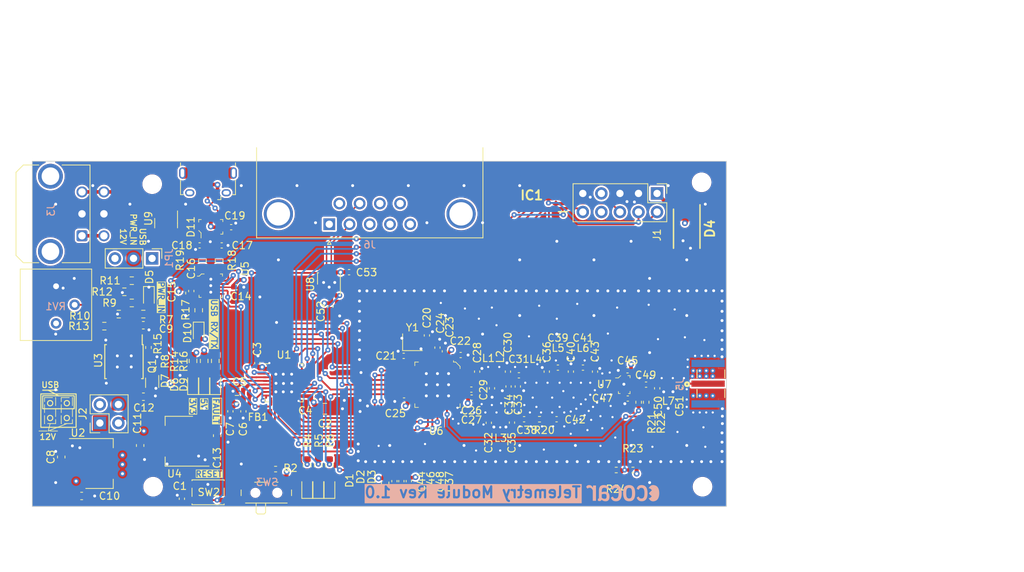
<source format=kicad_pcb>
(kicad_pcb (version 20221018) (generator pcbnew)
  (layers (0 "F.Cu" signal) (1 "In1.Cu" power) (2 "In2.Cu" power) (31 "B.Cu" signal) (34 "B.Paste" user) (35 "F.Paste" user) (36 "B.SilkS" user "B.Silkscreen") (37 "F.SilkS" user "F.Silkscreen") (38 "B.Mask" user) (39 "F.Mask" user) (44 "Edge.Cuts" user))
  (net 0 "")
  (net 1 "GND")
  (net 2 "/NRST")
  (net 3 "+3V3")
  (net 4 "+3.3VA")
  (net 5 "+5V")
  (net 6 "/USB Interface/USB_D+")
  (net 7 "/USB Interface/USB_D-")
  (net 8 "/LoRa Tranciever/RXTX_SW")
  (net 9 "/Power Regulator/FUSE_OUT")
  (net 10 "Net-(U6-XTA)")
  (net 11 "Net-(D5-A)")
  (net 12 "Net-(D7-A)")
  (net 13 "Net-(U6-XTB)")
  (net 14 "Net-(U6-VR_ANA)")
  (net 15 "Net-(U6-VR_DIG)")
  (net 16 "Net-(U6-VR_PA)")
  (net 17 "Net-(C30-Pad1)")
  (net 18 "+12V")
  (net 19 "/BOOT0")
  (net 20 "Net-(C31-Pad2)")
  (net 21 "/CAN_STBY")
  (net 22 "/UART2_USB_CTS")
  (net 23 "/UART2_USB_RTS")
  (net 24 "/UART2_USB_TX")
  (net 25 "/UART2_USB_RX")
  (net 26 "/SPI1_NSS")
  (net 27 "/SPI1_SCK")
  (net 28 "/SPI1_MISO")
  (net 29 "/SPI1_MOSI")
  (net 30 "/DIO0")
  (net 31 "/DIO1")
  (net 32 "Net-(C35-Pad1)")
  (net 33 "Net-(D9-A)")
  (net 34 "Net-(C38-Pad2)")
  (net 35 "/CAN_RX")
  (net 36 "/CAN_TX")
  (net 37 "/SW_RXTX")
  (net 38 "/SX_RESET")
  (net 39 "/DIO2")
  (net 40 "/DIO3")
  (net 41 "Net-(C39-Pad1)")
  (net 42 "Net-(U7-RF1)")
  (net 43 "Net-(C42-Pad1)")
  (net 44 "Net-(U7-RF2)")
  (net 45 "Net-(U7-RFC)")
  (net 46 "Net-(C49-Pad2)")
  (net 47 "/LoRa Tranciever/RXTX_SX")
  (net 48 "/LoRa Tranciever/RFI_HF")
  (net 49 "Net-(J5-In)")
  (net 50 "Net-(D1-A)")
  (net 51 "/LoRa Tranciever/RFO_HF")
  (net 52 "Net-(D2-A)")
  (net 53 "Net-(D3-A)")
  (net 54 "Net-(D6-A)")
  (net 55 "Net-(D9-K)")
  (net 56 "Net-(D10-K)")
  (net 60 "unconnected-(J4-Shield-Pad6)")
  (net 61 "Net-(C36-Pad2)")
  (net 62 "/Power Regulator/5V_UP")
  (net 65 "/DEBUG_SWO")
  (net 66 "/DEBUG_SWCLK")
  (net 67 "/DEBUG_SWDIO")
  (net 70 "/Power Regulator/FUSE_IN")
  (net 71 "/Power Regulator/~{FLAG}")
  (net 72 "/Power Regulator/OVLO")
  (net 73 "/Power Regulator/UVLO")
  (net 74 "/Power Regulator/SETI")
  (net 75 "/Power Regulator/5V")
  (net 76 "/Power Regulator/12V")
  (net 77 "VBUS_UP")
  (net 79 "Net-(U1-PA10)")
  (net 80 "Net-(U1-PA9)")
  (net 81 "Net-(U1-PA8)")
  (net 85 "Net-(R13-Pad2)")
  (net 86 "Net-(U5-CBUS0)")
  (net 90 "/CAN Tranciever/CD+")
  (net 91 "/CAN Tranciever/CD-")
  (net 92 "/DIO4")
  (net 93 "/DIO5")
  (net 95 "Net-(R15-Pad1)")
  (footprint "Capacitor_SMD:C_0402_1005Metric" (layer "F.Cu") (at 161.0556 102.108 -90)
    (fp_text reference "C29")
    (fp_text value "10n")
  )
  (footprint "LED_SMD:LED_0603_1608Metric" (layer "F.Cu") (at 120.142 101.473 90)
    (fp_text reference "D6")
    (fp_text value "BLUE")
  )
  (footprint "Resistor_SMD:R_0402_1005Metric" (layer "F.Cu") (at 182.1526 104.013 -90)
    (fp_text reference "R22")
    (fp_text value "NC")
  )
  (footprint "Inductor_SMD:L_0402_1005Metric" (layer "F.Cu") (at 170.0956 100.33)
    (fp_text reference "L5")
    (fp_text value "5n6")
  )
  (footprint "Capacitor_SMD:C_0402_1005Metric" (layer "F.Cu") (at 154.6066 97.043 90)
    (fp_text reference "C23")
    (fp_text value "100n")
  )
  (footprint "Capacitor_SMD:C_0402_1005Metric" (layer "F.Cu") (at 163.789 106.798718 -90)
    (fp_text reference "C35")
    (fp_text value "3p3")
  )
  (footprint "Resistor_SMD:R_0402_1005Metric" (layer "F.Cu") (at 181.1216 104.013 -90)
    (fp_text reference "R21")
    (fp_text value "100R")
  )
  (footprint "Resistor_SMD:R_0603_1608Metric" (layer "F.Cu") (at 123.712 84.628 -90)
    (fp_text reference "R18")
    (fp_text value "27R")
  )
  (footprint "Capacitor_SMD:C_0402_1005Metric" (layer "F.Cu") (at 148.6535 114.808 -90)
    (fp_text reference "C48")
    (fp_text value "1u")
  )
  (footprint "MountingHole:MountingHole_2.2mm_M2" (layer "F.Cu") (at 189.865 115.57)
    (fp_text reference "H2" hide)
    (fp_text value "MountingHole")
  )
  (footprint "Capacitor_SMD:C_0402_1005Metric" (layer "F.Cu") (at 165.4478 106.3348)
    (fp_text reference "C38")
    (fp_text value "47p")
  )
  (footprint "Package_TO_SOT_SMD:SOT-223-3_TabPin2" (layer "F.Cu") (at 107.3146 112.395)
    (fp_text reference "U2")
    (fp_text value "AZ1117-3.3")
  )
  (footprint "Capacitor_SMD:C_0402_1005Metric" (layer "F.Cu") (at 153.5906 96.535 90)
    (fp_text reference "C24")
    (fp_text value "100n")
  )
  (footprint "Capacitor_SMD:C_0402_1005Metric" (layer "F.Cu") (at 179.5976 99.641 180)
    (fp_text reference "C45")
    (fp_text value "1n")
  )
  (footprint "Capacitor_SMD:C_0402_1005Metric" (layer "F.Cu") (at 159.0236 99.822 90)
    (fp_text reference "C28")
    (fp_text value "10n")
  )
  (footprint "Capacitor_SMD:C_0402_1005Metric" (layer "F.Cu") (at 183.6616 102.108 90)
    (fp_text reference "C50")
    (fp_text value "NC")
  )
  (footprint "digikey-footprints:SOT-363" (layer "F.Cu") (at 179.1506 101.6 -90)
    (fp_text reference "U7")
    (fp_text value "P4259-63")
  )
  (footprint "Resistor_SMD:R_0603_1608Metric" (layer "F.Cu") (at 120.142 98.362 -90)
    (fp_text reference "R8")
    (fp_text value "260R")
  )
  (footprint "Resistor_SMD:R_0603_1608Metric" (layer "F.Cu") (at 111.76 87.376 180)
    (fp_text reference "R11")
    (fp_text value "2M2")
  )
  (footprint "Resistor_SMD:R_0603_1608Metric" (layer "F.Cu") (at 126.1425 103.604 180)
    (fp_text reference "FB1")
    (fp_text value "120R")
  )
  (footprint "Capacitor_SMD:C_0402_1005Metric" (layer "F.Cu") (at 118.618 117.221 -90)
    (fp_text reference "C1")
    (fp_text value "100n")
  )
  (footprint "Resistor_SMD:R_0402_1005Metric" (layer "F.Cu") (at 178.056 113.284)
    (fp_text reference "R24")
    (fp_text value "NC")
  )
  (footprint "Capacitor_SMD:C_0402_1005Metric" (layer "F.Cu") (at 121.045 82.55)
    (fp_text reference "C18")
    (fp_text value "47p")
  )
  (footprint "Capacitor_SMD:C_0603_1608Metric" (layer "F.Cu") (at 123.444 108.585 -90)
    (fp_text reference "C13")
    (fp_text value "10u")
  )
  (footprint "Resistor_SMD:R_0603_1608Metric" (layer "F.Cu") (at 109.982 91.948 180)
    (fp_text reference "R10")
    (fp_text value "225k")
  )
  (footprint "MountingHole:MountingHole_2.2mm_M2" (layer "F.Cu") (at 114.554 74.168)
    (fp_text reference "H3" hide)
    (fp_text value "MountingHole")
  )
  (footprint "Capacitor_SMD:C_0603_1608Metric" (layer "F.Cu") (at 112.903 109.9312 -90)
    (fp_text reference "C11")
    (fp_text value "22u")
  )
  (footprint "Capacitor_SMD:C_0402_1005Metric" (layer "F.Cu") (at 156.7656 97.551)
    (fp_text reference "C22")
    (fp_text value "100n")
  )
  (footprint "Package_TO_SOT_SMD:SOT-523" (layer "F.Cu") (at 114.554 101.346 -90)
    (fp_text reference "Q1")
    (fp_text value "NMOS")
  )
  (footprint "Resistor_SMD:R_0402_1005Metric" (layer "F.Cu") (at 114.046 96.52 -90)
    (fp_text reference "R15")
    (fp_text value "10k")
  )
  (footprint "Inductor_SMD:L_0402_1005Metric" (layer "F.Cu") (at 162.1756 100.838 -90)
    (fp_text reference "L2")
    (fp_text value "33n")
  )
  (footprint "Resistor_SMD:R_0603_1608Metric" (layer "F.Cu") (at 121.666 98.361 -90)
    (fp_text reference "R14")
    (fp_text value "600R")
  )
  (footprint "Capacitor_SMD:C_0603_1608Metric" (layer "F.Cu") (at 118.632 89.073 -90)
    (fp_text reference "C15")
    (fp_text value "4u7")
  )
  (footprint "Resistor_SMD:R_0402_1005Metric" (layer "F.Cu") (at 167.556 106.3348)
    (fp_text reference "R20")
    (fp_text value "0R")
  )
  (footprint "Capacitor_SMD:C_0402_1005Metric" (layer "F.Cu") (at 186.7096 102.0676 90)
    (fp_text reference "C51")
    (fp_text value "NC")
  )
  (footprint "LED_SMD:LED_0603_1608Metric" (layer "F.Cu") (at 137.287 115.67825 90)
    (fp_text reference "D2")
    (fp_text value "AMBER")
  )
  (footprint "Capacitor_SMD:C_0402_1005Metric" (layer "F.Cu") (at 171.8506 99.822 -90)
    (fp_text reference "C40")
    (fp_text value "3p3")
  )
  (footprint "Resistor_SMD:R_0603_1608Metric" (layer "F.Cu") (at 113.338 91.948)
    (fp_text reference "R7")
    (fp_text value "600R")
  )
  (footprint "Connector_PinHeader_2.54mm:PinHeader_1x03_P2.54mm_Vertical" (layer "F.Cu") (at 114.539 84.328 -90)
    (fp_text reference "JP1")
    (fp_text value "Power In")
  )
  (footprint "Capacitor_SMD:C_0402_1005Metric" (layer "F.Cu") (at 126.111 88.265)
    (fp_text reference "C14")
    (fp_text value "100n")
  )
  (footprint "LED_SMD:LED_0603_1608Metric" (layer "F.Cu") (at 138.811 115.67825 90)
    (fp_text reference "D3")
    (fp_text value "AMBER")
  )
  (footprint "Capacitor_SMD:C_0402_1005Metric" (layer "F.Cu") (at 164.5886 101.854 -90)
    (fp_text reference "C33")
    (fp_text value "47p")
  )
  (footprint "Capacitor_SMD:C_0402_1005Metric" (layer "F.Cu") (at 160.614 106.826718 -90)
    (fp_text reference "C32")
    (fp_text value "NC")
  )
  (footprint "Capacitor_SMD:C_0402_1005Metric" (layer "F.Cu") (at 138.938 90.932 90)
    (fp_text reference "C52")
    (fp_text value "100n")
  )
  (footprint "Capacitor_SMD:C_0402_1005Metric" (layer "F.Cu") (at 148.971 97.663 180)
    (fp_text reference "C21")
    (fp_text value "8p")
  )
  (footprint "Capacitor_SMD:C_0603_1608Metric" (layer "F.Cu") (at 113.351 103.251)
    (fp_text reference "C12")
    (fp_text value "1u")
  )
  (footprint "Capacitor_SMD:C_0402_1005Metric" (layer "F.Cu") (at 175.1526 99.822 -90)
    (fp_text reference "C43")
    (fp_text value "NC")
  )
  (footprint "Capacitor_SMD:C_0402_1005Metric" (layer "F.Cu") (at 119.902 88.791 -90)
    (fp_text reference "C16")
    (fp_text value "100n")
  )
  (footprint "Capacitor_SMD:C_0603_1608Metric" (layer "F.Cu") (at 113.338 93.472)
    (fp_text reference "C9")
    (fp_text value "10u")
  )
  (footprint "Capacitor_SMD:C_0402_1005Metric" (layer "F.Cu") (at 170.0726 99.2736 180)
    (fp_text reference "C39")
    (fp_text value "NC")
  )
  (footprint "Connector_PinHeader_2.54mm:PinHeader_2x02_P2.54mm_Vertical" (layer "F.Cu") (at 107.3912 106.8578 90)
    (fp_text reference "J2")
    (fp_text value "USB JMPR")
  )
  (footprint "Connector_Dsub:DSUB-9_Female_Horizontal_P2.77x2.84mm_EdgePinOffset7.70mm_Housed_MountingHolesOffset9.12mm" (layer "F.Cu") (at 138.786 79.652 180)
    (fp_text reference "J6")
    (fp_text value "Conn_01x09_Socket")
  )
  (footprint "footprints:USB_Micro-B_Amphenol_10118194_Horizontal" (layer "F.Cu") (at 122.19 73.944 180)
    (fp_text reference "J4" hide)
    (fp_text value "USB_B_Micro")
  )
  (footprint "Capacitor_SMD:C_0402_1005Metric" (layer "F.Cu") (at 141.499 86.2135 180)
    (fp_text reference "C53")
    (fp_text value "100n")
  )
  (footprint "footprints:DIOM5436X265N" (layer "F.Cu") (at 187.706 80.264 -90)
    (fp_text reference "D4")
    (fp_text value "SMLVT3V3" hide)
  )
  (footprint "Capacitor_SMD:C_0402_1005Metric" (layer "F.Cu") (at 149.0186 103.774 180)
    (fp_text reference "C25")
    (fp_text value "100n")
  )
  (footprint "Inductor_SMD:L_0402_1005Metric" (layer "F.Cu") (at 185.1856 101.6)
    (fp_text reference "L7")
    (fp_text value "0H")
  )
  (footprint "Inductor_SMD:L_0402_1005Metric" (layer "F.Cu") (at 167.0476 100.33)
    (fp_text reference "L4")
    (fp_text value "5n6")
  )
  (footprint "Capacitor_SMD:C_0402_1005Metric" (layer "F.Cu") (at 158.27 103.378)
    (fp_text reference "C27")
    (fp_text value "100n")
  )
  (footprint "Resistor_SMD:R_0603_1608Metric" (layer "F.Cu") (at 121.426 84.628 90)
    (fp_text reference "R19")
    (fp_text value "27R")
  )
  (footprint "Button_Switch_SMD:SW_SPDT_PCM12" (layer "F.Cu") (at 130.175 116.078)
    (fp_text reference "SW3")
    (fp_text value "BOOT0")
  )
  (footprint "Resistor_SMD:R_0603_1608Metric" (layer "F.Cu") (at 110.744 88.9 180)
    (fp_text reference "R12")
    (fp_text value "800k")
  )
  (footprint "Capacitor_SMD:C_0603_1608Metric" (layer "F.Cu") (at 104.902 116.84)
    (fp_text reference "C10")
    (fp_text value "10u")
  )
  (footprint "Package_SO:TSSOP-14-1EP_4.4x5mm_P0.65mm" (layer "F.Cu") (at 110.69 98.457 -90)
    (fp_text reference "U3")
    (fp_text value "MAX14572")
  )
  (footprint "Resistor_SMD:R_0603_1608Metric" (layer "F.Cu") (at 135.763 112.63025 90)
    (fp_text reference "R4")
    (fp_text value "10k")
  )
  (footprint "footprints:SOT65P210X110-5N" (layer "F.Cu") (at 169.799 76.835 180)
    (fp_text reference "IC1")
    (fp_text value "ESDALC6V1W5" hide)
  )
  (footprint "Capacitor_SMD:C_0402_1005Metric" (layer "F.Cu") (at 169.8928 106.3348)
    (fp_text reference "C42")
    (fp_text value "47p")
  )
  (footprint "footprints:Molex_Micro-Fit_3.0_43045-0621_2x03-1MP_P3.00mm_Horizontal" (layer "F.Cu") (at 104.947 81.232 90)
    (fp_text reference "J3")
    (fp_text value "Fuel Cell Connector")
  )
  (footprint "LED_SMD:LED_0603_1608Metric" (layer "F.Cu") (at 120.918 94.534 -90)
    (fp_text reference "D10")
    (fp_text value "AMBER")
  )
  (footprint "Capacitor_SMD:C_0402_1005Metric" (layer "F.Cu") (at 149.6695 114.808 -90)
    (fp_text reference "C37")
    (fp_text value "1u")
  )
  (footprint "Capacitor_SMD:C_0603_1608Metric" (layer "F.Cu") (at 146.431 115.062 -90)
    (fp_text reference "C44")
    (fp_text value "22u")
  )
  (footprint "footprints:TAOGLAS_EMPCB.SMAFSTJ.B.HT" (layer "F.Cu") (at 190.627 101.47025 90)
    (fp_text reference "J5")
    (fp_text value "Conn_Coaxial")
  )
  (footprint "Resistor_SMD:R_0603_1608Metric" (layer "F.Cu") (at 138.811 112.63025 90)
    (fp_text reference "R6")
    (fp_text value "10k")
  )
  (footprint "Package_TO_SOT_SMD:SOT-223-3_TabPin2" (layer "F.Cu") (at 118.237 109.347 180)
    (fp_text reference "U4")
    (fp_text value "AZ1117-5.0")
  )
  (footprint "Capacitor_SMD:C_0402_1005Metric" (layer "F.Cu") (at 163.2376 99.822 90)
    (fp_text reference "C30")
    (fp_text value "8p2")
  )
  (footprint "LED_SMD:LED_0603_1608Metric" (layer "F.Cu") (at 135.763 115.67825 90)
    (fp_text reference "D1")
    (fp_text value "GREEN")
  )
  (footprint "Capacitor_SMD:C_0805_2012Metric" (layer "F.Cu") (at 138.176 104.902)
    (fp_text reference "C2")
    (fp_text value "10u")
  )
  (footprint "digikey-footprints:SOT23-6L" (layer "F.Cu") (at 122.569 80.01)
    (fp_text reference "D11")
    (fp_text value "USBLC6-2SC6")
  )
  (footprint "footprints:Potentiometer_Bourns_3386P_Vertical" (layer "F.Cu") (at 101.4 93.218)
    (fp_text reference "RV1")
    (fp_text value "SETI")
  )
  (footprint "Resistor_SMD:R_0603_1608Metric" (layer "F.Cu") (at 137.287 112.63025 90)
    (fp_text reference "R5")
    (fp_text value "10k")
  )
  (footprint "Connector_PinHeader_2.54mm:PinHeader_2x05_P2.54mm_Vertical" (layer "F.Cu") (at 183.642 75.438 -90)
    (fp_text reference "J1")
    (fp_text value "Conn_02x05_Top_Bottom")
  )
  (footprint "Capacitor_SMD:C_0402_1005Metric" (layer "F.Cu") (at 128.9365 98.651 90)
    (fp_text reference "C3")
    (fp_text value "100n")
  )
  (footprint "Resistor_SMD:R_0603_1608Metric" (layer "F.Cu") (at 111.76 90.424 180)
    (fp_text reference "R9")
    (fp_text value "2M2")
  )
  (footprint "Capacitor_SMD:C_0402_1005Metric" (layer "F.Cu") (at 125.2535 105.255 -90)
    (fp_text reference "C7")
    (fp_text value "1u")
  )
  (footprint "Inductor_SMD:L_0402_1005Metric" (layer "F.Cu") (at 162.242 106.318718)
    (fp_text reference "L3")
    (fp_text value "10n")
  )
  (footprint "Inductor_SMD:L_0402_1005Metric" (layer "F.Cu") (at 173.5016 100.33)
    (fp_text reference "L6")
    (fp_text value "0H")
  )
  (footprint "Inductor_SMD:L_0402_1005Metric" (layer "F.Cu") (at 160.5476 100.33)
    (fp_text reference "L1")
    (fp_text value "1n5")
  )
  (footprint "Package_DFN_QFN:DFN-8-1EP_3x3mm_P0.65mm_EP1.55x2.4mm" (layer "F.Cu") (at 138.74 87.858 90)
    (fp_text reference "U8")
    (fp_text value "MCP2542FDxMF")
  )
  (footprint "Capacitor_SMD:C_0402_1005Metric" (layer "F.Cu") (at 152.146 94.869 90)
    (fp_text reference "C20")
    (fp_text value "8p")
  )
  (footprint "Capacitor_SMD:C_0402_1005Metric" (layer "F.Cu") (at 125.363 80.056 180)
    (fp_text reference "C19")
    (fp_text value "100n")
  )
  (footprint "Capacitor_SMD:C_0603_1608Metric" (layer "F.Cu") (at 102.108 111.506 90)
    (fp_text reference "C8")
    (fp_text value "22u")
  )
  (footprint "Package_DFN_QFN:QFN-32-1EP_5x5mm_P0.5mm_EP3.45x3.45mm" (layer "F.Cu") (at 132.595 101.346)
    (fp_text reference "U1")
    (fp_text value "STM32L442KCU6")
  )
  (footprint "MountingHole:MountingHole_2.2mm_M2" (layer "F.Cu") (at 114.681 115.57)
    (fp_text reference "H4" hide)
    (fp_text value "MountingHole")
  )
  (footprint "Capacitor_SMD:C_0402_1005Metric" (layer "F.Cu") (at 163.3186 101.854 -90)
    (fp_text reference "C34")
    (fp_text value "47p")
  )
  (footprint "LED_SMD:LED_0603_1608Metric" (layer "F.Cu") (at 114.1 89.662 -90)
    (fp_text reference "D5")
    (fp_text value "BLUE")
  )
  (footprint "Button_Switch_SMD:SW_SPST_PTS810" (layer "F.Cu") (at 122.202202 116.332)
    (fp_text reference "SW2")
    (fp_text value "RESET")
  )
  (footprint "Resistor_SMD:R_0402_1005Metric" (layer "F.Cu") (at 180.342 113.284)
    (fp_text reference "R23")
    (fp_text value "1k")
  )
  (footprint "digikey-footprints:VQFN-28-1EP_6x6mm" (layer "F.Cu") (at 153.5906 101.615 -90)
    (fp_text reference "U6")
    (fp_text value "SX1276IMLTRT")
  )
  (footprint "Capacitor_SMD:C_0402_1005Metric" (layer "F.Cu") (at 168.5486 99.822 -90)
    (fp_text reference "C36")
    (fp_text value "6p8")
  )
  (footprint "MountingHole:MountingHole_2.2mm_M2" (layer "F.Cu") (at 189.738 73.914)
    (fp_text reference "H1" hide)
    (fp_text value "MountingHole")
  )
  (footprint "Capacitor_SMD:C_0402_1005Metric" (layer "F.Cu") (at 127.0315 105.255 -90)
    (fp_text reference "C6")
    (fp_text value "1u")
  )
  (footprint "Package_TO_SOT_SMD:SOT-23" (layer "F.Cu") (at 116.459 79.502 -90)
    (fp_text reference "U9")
    (fp_text value "Common Cathode SBD")
  )
  (footprint "Capacitor_SMD:C_0402_1005Metric" (layer "F.Cu") (at 164.7386 100.33)
    (fp_text reference "C31")
    (fp_text value "22p")
  )
  (footprint "Capacitor_SMD:C_0402_1005Metric" (layer "F.Cu") (at 147.701 114.808 -90)
    (fp_text reference "C46")
    (fp_text value "1u")
  )
  (footprint "Capacitor_SMD:C_0402_1005Metric" (layer "F.Cu") (at 173.5016 99.2736 180)
    (fp_text reference "C41")
    (fp_text value "NC")
  )
  (footprint "Capacitor_SMD:C_0402_1005Metric" (layer "F.Cu") (at 126.5235 102.334 180)
    (fp_text reference "C5")
    (fp_text value "10n")
  )
  (footprint "Crystal:Crystal_SMD_2016-4Pin_2.0x1.6mm" (layer "F.Cu") (at 150.176 95.8)
    (fp_text reference "Y1")
    (fp_text value "32MHz")
  )
  (footprint "Capacitor_SMD:C_0402_1005Metric" (layer "F.Cu") (at 124.067 82.55 180)
    (fp_text reference "C17")
    (fp_text value "47p")
  )
  (footprint "Resistor_SMD:R_0603_1608Metric" (layer "F.Cu") (at 123.19 98.362 -90)
    (fp_text reference "R16")
    (fp_text value "600R")
  )
  (footprint "Capacitor_SMD:C_0402_1005Metric" (layer "F.Cu") (at 182.1376 101.6)
    (fp_text reference "C49")
    (fp_text value "47p")
  )
  (footprint "Resistor_SMD:R_0402_1005Metric" (layer "F.Cu") (at 131.443 113.157 180)
    (fp_text reference "R2")
    (fp_text value "10k")
  )
  (footprint "digikey-footprints:DFN-12-1EP_3x3mm" (layer "F.Cu") (at 122.569 88.057 -90)
    (fp_text reference "U5")
    (fp_text value "FT234XD-R")
  )
  (footprint "Capacitor_SMD:C_0402_1005Metric" (layer "F.Cu") (at 179.6406 103.505 180)
    (fp_text reference "C47")
    (fp_text value "1n")
  )
  (footprint "Resistor_SMD:R_0603_1608Metric" (layer "F.Cu") (at 120.918 91.423 -90)
    (fp_text reference "R17")
    (fp_text value "260R")
  )
  (footprint "LED_SMD:LED_0603_1608Metric" (layer "F.Cu") (at 123.19 101.473 90)
    (fp_text reference "D9")
    (fp_text value "RED")
  )
  (footprint "Capacitor_SMD:C_0402_1005Metric" (layer "F.Cu") (at 136.779 103.251)
    (fp_text reference "C4")
    (fp_text value "100n")
  )
  (footprint "LED_SMD:LED_0603_1608Metric" (layer "F.Cu") (at 121.666 101.473 90)
    (fp_text reference "D7")
    (fp_text value "BLUE")
  )
  (footprint "Resistor_SMD:R_0603_1608Metric" (layer "F.Cu") (at 108.004 93.599 180)
    (fp_text reference "R13")
    (fp_text value "10k")
  )
  (footprint "Capacitor_SMD:C_0402_1005Metric" (layer "F.Cu") (at 158.227 102.2826)
    (fp_text reference "C26")
    (fp_text value "47p")
  )
  (footprint "LOGO" (layer "B.Cu") (at 178.943 116.459 180)
    (fp_text reference "G***" hide)
    (fp_text value "LOGO" hide)
  )
  (gr_rect (start 99.568 103.124) (end 103.886 104.902) (stroke (width 0.15)) (fill none) (layer "F.SilkS"))
  (gr_line (start 101.727 103.124) (end 100.33 102.362) (stroke (width 0.15)) (layer "F.SilkS"))
  (gr_rect (start 99.822 103.378) (end 101.346 106.934) (stroke (width 0.1) (type dash)) (fill none) (layer "F.SilkS"))
  (gr_line (start 100.33 107.95) (end 100.584 106.934) (stroke (width 0.1)) (layer "F.SilkS"))
  (gr_rect (start 99.314 102.87) (end 104.14 107.442) (stroke (width 0.15)) (fill none) (layer "F.SilkS"))
  (gr_rect (start 102.108 103.378) (end 103.632 106.934) (stroke (width 0.1) (type dash)) (fill none) (layer "F.SilkS"))
  (gr_circle (center 100.584 104.14) (end 100.838 104.394) (stroke (width 0.15)) (fill none) (layer "F.SilkS"))
  (gr_circle (center 102.87 106.172) (end 103.124 106.426) (stroke (width 0.15)) (fill none) (layer "F.SilkS"))
  (gr_line (start 99.568 102.362) (end 101.6 102.362) (stroke (width 0.15)) (layer "F.SilkS"))
  (gr_circle (center 102.87 104.14) (end 103.124 104.394) (stroke (width 0.15)) (fill none) (layer "F.SilkS"))
  (gr_line (start 99.06 107.95) (end 101.6 107.95) (stroke (width 0.1) (type dash)) (layer "F.SilkS"))
  (gr_circle (center 100.584 106.172) (end 100.838 106.426) (stroke (width 0.15)) (fill none) (layer "F.SilkS"))
  (gr_line (start 102.87 106.934) (end 100.33 107.95) (stroke (width 0.1)) (layer "F.SilkS"))
  (gr_rect (start 98.14 71.03) (end 193.136 118.274) (stroke (width 0.1)) (fill none) (layer "Edge.Cuts"))
  (gr_text "Telemetry Module Rev 1.0" (at 173.355 117.221) (layer "B.SilkS" knockout) (effects (font (size 1.5 1.5) (thickness 0.3) bold) (justify left bottom mirror)))
  (gr_text "12V" (at 99.06 109.22) (layer "F.SilkS") (effects (font (size 0.8 0.8)) (justify left bottom)))
  (gr_text "12V" (at 110.109 80.137 -90) (layer "F.SilkS") (effects (font (size 0.8 0.8)) (justify left bottom)))
  (gr_text "PWR_IN" (at 115.316 87.376 -90) (layer "F.SilkS" knockout) (effects (font (size 0.8 0.8) (thickness 0.16) bold) (justify left bottom)))
  (gr_text "USB" (at 99.314 102.108) (layer "F.SilkS") (effects (font (size 0.8 0.8)) (justify left bottom)))
  (gr_text "USB" (at 112.782 80.07 -90) (layer "F.SilkS") (effects (font (size 0.8 0.8)) (justify left bottom)))
  (gr_text "3V3" (at 119.634 103.378 -90) (layer "F.SilkS" knockout) (effects (font (size 0.8 0.8) (thickness 0.16) bold) (justify left bottom)))
  (gr_text "RESET" (at 120.396 114.3) (layer "F.SilkS" knockout) (effects (font (size 0.8 0.8) (thickness 0.16) bold) (justify left bottom)))
  (gr_text "~{FAULT}" (at 122.809 103.378 270) (layer "F.SilkS" knockout) (effects (font (size 0.8 0.8) (thickness 0.16) bold) (justify left bottom)))
  (gr_text "USB RX/TX" (at 122.555 89.789 -90) (layer "F.SilkS" knockout) (effects (font (size 0.8 0.8) (thickness 0.16) bold) (justify left bottom)))
  (gr_text "PWR_IN" (at 111.506 78.105 -90) (layer "F.SilkS") (effects (font (size 0.8 0.8)) (justify left bottom)))
  (gr_text "5V" (at 121.158 103.378 -90) (layer "F.SilkS" knockout) (effects (font (size 0.8 0.8) (thickness 0.16) bold) (justify left bottom)))
  (segment (start 151.6406 103.565) (end 152.0666 103.139) (width 0.5) (layer "F.Cu") (net 1))
  (segment (start 148.209 97.028) (end 148.364 97.183) (width 0.3493) (layer "F.Cu") (net 1))
  (segment (start 114.554 101.991) (end 114.945 101.991) (width 0.254) (layer "F.Cu") (net 1))
  (segment (start 108.74 101.407) (end 108.74 102.386) (width 0.254) (layer "F.Cu") (net 1))
  (segment (start 125.784351 102.334) (end 126.0435 102.334) (width 0.5) (layer "F.Cu") (net 1))
  (segment (start 121.019 88.732) (end 121.894 88.732) (width 0.2) (layer "F.Cu") (net 1))
  (segment (start 122.569 88.057) (end 122.569 88.057) (width 0.2) (layer "F.Cu") (net 1))
  (segment (start 164.5886 102.334) (end 165.2876 102.334) (width 0.5) (layer "F.Cu") (net 1))
  (segment (start 179.5272 76.5556) (end 179.5272 76.4032) (width 0.5) (layer "F.Cu") (net 1))
  (segment (start 163.3186 102.334) (end 162.5686 102.334) (width 0.5) (layer "F.Cu") (net 1))
  (segment (start 122.503 81.226) (end 122.569 81.16) (width 0.5) (layer "F.Cu") (net 1))
  (segment (start 105.677 116.84) (end 106.68 116.84) (width 0.5) (layer "F.Cu") (net 1))
  (segment (start 155.2886 102.965) (end 156.5656 102.965) (width 0.5) (layer "F.Cu") (net 1))
  (segment (start 148.364 97.183) (end 148.364 97.536) (width 0.3493) (layer "F.Cu") (net 1))
  (segment (start 139.126 104.902) (end 140.591 104.902) (width 0.5) (layer "F.Cu") (net 1))
  (segment (start 110.04 102.386) (end 110.04 101.407) (width 0.254) (layer "F.Cu") (net 1))
  (segment (start 155.1146 101.615) (end 154.4646 100.965) (width 0.5) (layer "F.Cu") (net 1))
  (segment (start 151.6406 104.59) (end 151.6406 103.565) (width 0.5) (layer "F.Cu") (net 1))
  (segment (start 134.535264 103.7835) (end 134.345 103.7835) (width 0.3) (layer "F.Cu") (net 1))
  (segment (start 121.894 88.732) (end 122.1375 88.4885) (width 0.2) (layer "F.Cu") (net 1))
  (segment (start 117.983 116.731298) (end 118.608298 116.731298) (width 0.5) (layer "F.Cu") (net 1))
  (segment (start 108.276241 101.407) (end 108.74 101.407) (width 0.254) (layer "F.Cu") (net 1))
  (segment (start 184.5506 102.588) (end 183.6616 102.588) (width 0.5) (layer "F.Cu") (net 1))
  (segment (start 109.8075 91.948) (end 109.157 91.948) (width 0.5) (layer "F.Cu") (net 1))
  (segment (start 156.5656 100.965) (end 155.7646 100.965) (width 0.5) (layer "F.Cu") (net 1))
  (segment (start 108.204 95.507) (end 108.74 95.507) (width 0.3) (layer "F.Cu") (net 1))
  (segment (start 148.5386 103.774) (end 147.8756 103.774) (width 0.5) (layer "F.Cu") (net 1))
  (segment (start 137.259 103.287164) (end 137.578844 103.607008) (width 0.5) (layer "F.Cu") (net 1))
  (segment (start 108.813 102.459) (end 109.967 102.459) (width 0.254) (layer "F.Cu") (net 1))
  (segment (start 125.843 80.056) (end 125.843 79.643) (width 0.5) (layer "F.Cu") (net 1))
  (segment (start 165.2876 102.334) (end 165.3886 102.435) (width 0.5) (layer "F.Cu") (net 1))
  (segment (start 148.364 97.536) (end 148.491 97.663) (width 0.3493) (layer "F.Cu") (net 1))
  (segment (start 101.346 110.744) (end 102.095 110.744) (width 0.5) (layer "F.Cu") (net 1))
  (segment (start 175.1526 99.342) (end 175.7576 99.342) (width 0.5) (layer "F.Cu") (net 1))
  (segment (start 161.214718 107.306718) (end 161.3096 107.4016) (width 0.5) (layer "F.Cu") (net 1))
  (segment (start 134.585899 103.834135) (end 134.535264 103.7835) (width 0.3) (layer "F.Cu") (net 1))
  (segment (start 120.565 83.0255) (end 120.565 82.55) (width 0.3493) (layer "F.Cu") (net 1))
  (segment (start 150.990268 96.35) (end 151.3421 96.701832) (width 0.5) (layer "F.Cu") (net 1))
  (segment (start 125.2815 106.1125) (end 125.2815 105.763) (width 0.5) (layer "F.Cu") (net 1))
  (segment (start 122.1375 88.4885) (end 122.1375 88.057) (width 0.2) (layer "F.Cu") (net 1))
  (segment (start 118.608298 116.731298) (end 118.618 116.741) (width 0.5) (layer "F.Cu") (net 1))
  (segment (start 173.99 75.438) (end 174.498 75.946) (width 0.5) (layer "F.Cu") (net 1))
  (segment (start 102.136 88.166) (end 101.4 88.166) (width 0.5) (layer "F.Cu") (net 1))
  (segment (start 168.5486 99.342) (end 168.0106 99.342) (width 0.5) (layer "F.Cu") (net 1))
  (segment (start 114.113 94.107) (end 114.113 93.472) (width 0.5) (layer "F.Cu") (net 1))
  (segment (start 179.5272 76.4032) (end 178.562 75.438) (width 0.5) (layer "F.Cu") (net 1))
  (segment (start 163.2376 99.342) (end 163.2376 98.76) (width 0.5) (layer "F.Cu") (net 1))
  (segment (start 114.1 88.265) (end 114.1 88.8745) (width 0.5) (layer "F.Cu") (net 1))
  (segment (start 129.032 97.663) (end 128.9365 97.7585) (width 0.5) (layer "F.Cu") (net 1))
  (segment (start 161.0556 102.588) (end 161.0556 103.309) (width 0.5) (layer "F.Cu") (net 1))
  (segment (start 180.5432 76.6064) (end 181.102 76.0476) (width 0.5) (layer "F.Cu") (net 1))
  (segment (start 110.468562 89.000938) (end 110.367624 88.9) (width 0.5) (layer "F.Cu") (net 1))
  (segment (start 163.083482 107.278718) (end 162.9606 107.4016) (width 0.5) (layer "F.Cu") (net 1))
  (segment (start 162.5686 102.334) (end 162.4676 102.435) (width 0.5) (layer "F.Cu") (net 1))
  (segment (start 125.222 106.172) (end 125.2815 106.1125) (width 0.5) (layer "F.Cu") (net 1))
  (segment (start 128.9365 97.7585) (end 128.9365 98.171) (width 0.5) (layer "F.Cu") (net 1))
  (segment (start 130.58575 98.64925) (end 130.845 98.9085) (width 0.254) (layer "F.Cu") (net 1))
  (segment (start 173.482 75.438) (end 173.99 75.438) (width 0.5) (layer "F.Cu") (net 1))
  (segment (start 137.259 103.251) (end 137.259 103.287164) (width 0.5) (layer "F.Cu") (net 1))
  (segment (start 186.6816 102.5756) (end 186.7096 102.5476) (width 0.5) (layer "F.Cu") (net 1))
  (segment (start 114.89 103.251) (end 114.989 103.152) (width 0.3493) (layer "F.Cu") (net 1))
  (segment (start 152.88 94.389) (end 152.146 94.389) (width 0.3493) (layer "F.Cu") (net 1))
  (segment (start 155.7646 100.965) (end 155.1146 101.615) (width 0.5) (layer "F.Cu") (net 1))
  (segment (start 127.0315 106.1405) (end 127 106.172) (width 0.5) (layer "F.Cu") (net 1))
  (segment (start 160.614 107.306718) (end 161.214718 107.306718) (width 0.5) (layer "F.Cu") (net 1))
  (segment (start 154.4646 100.965) (end 154.2406 100.965) (width 0.5) (layer "F.Cu") (net 1))
  (segment (start 102.362 88.392) (end 102.136 88.166) (width 0.5) (layer "F.Cu") (net 1))
  (segment (start 152.908 94.361) (end 152.88 94.389) (width 0.3493) (layer "F.Cu") (net 1))
  (segment (start 152.0666 103.139) (end 153.5906 101.615) (width 0.5) (layer "F.Cu") (net 1))
  (segment (start 124.277202 115.257) (end 120.127202 115.257) (width 0.5) (layer "F.Cu") (net 1))
  (segment (start 168.0106 99.342) (end 167.9286 99.26) (width 0.5) (layer "F.Cu") (net 1))
  (segment (start 124.9315 82.55) (end 124.547 82.55) (width 0.3493) (layer "F.Cu") (net 1))
  (segment (start 114.945 101.991) (end 115.062 102.108) (width 0.254) (layer "F.Cu") (net 1))
  (segment (start 155.1146 103.139) (end 155.2886 102.965) (width 0.5) (layer "F.Cu") (net 1))
  (segment (start 125.6143 102.504051) (end 125.784351 102.334) (width 0.5) (layer "F.Cu") (net 1))
  (segment (start 171.8506 99.342) (end 171.8506 98.767) (width 0.5) (layer "F.Cu") (net 1))
  (segment (start 122.503 82.042) (end 122.503 81.226) (width 0.5) (layer "F.Cu") (net 1))
  (segment (start 179.1606 104.142) (end 179.2316 104.213) (width 0.5) (layer "F.Cu") (net 1))
  (segment (start 108.74 102.386) (end 108.813 102.459) (width 0.254) (layer "F.Cu") (net 1))
  (segment (start 179.1606 103.505) (end 179.1606 104.142) (width 0.5) (layer "F.Cu") (net 1))
  (segment (start 154.2406 100.965) (end 153.5906 101.615) (width 0.5) (layer "F.Cu") (net 1))
  (segment (start 179.0506 101.6) (end 179.1046 101.546) (width 0.3) (layer "F.Cu") (net 1))
  (segment (start 114.126 103.251) (end 114.89 103.251) (width 0.3493) (layer "F.Cu") (net 1))
  (segment (start 185.8206 102.5756) (end 186.6816 102.5756) (width 0.5) (layer "F.Cu") (net 1))
  (segment (start 153.5906 95.6968) (end 153.8954 95.392) (width 0.5) (layer "F.Cu") (net 1))
  (segment (start 127.0895 88.265) (end 126.591 88.265) (width 0.5) (layer "F.Cu") (net 1))
  (segment (start 112.903 110.7062) (end 112.903 111.252) (width 0.5) (layer "F.Cu") (net 1))
  (segment (start 178.3444 99.641) (end 178.3308 99.6546) (width 0.5) (layer "F.Cu") (net 1))
  (segment (start 125.843 79.643) (end 125.984 79.502) (width 0.5) (layer "F.Cu") (net 1))
  (segment (start 123.558 109.474) (end 123.444 109.36) (width 0.5) (layer "F.Cu") (net 1))
  (segment (start 112.903 111.252) (end 113.503688 111.852688) (width 0.5) (layer "F.Cu") (net 1))
  (segment (start 178.2006 101.6) (end 179.0506 101.6) (width 0.3) (layer "F.Cu") (net 1))
  (segment (start 175.7576 99.342) (end 175.8026 99.387) (width 0.5) (layer "F.Cu") (net 1))
  (segment (start 181.102 76.0476) (end 181.102 75.438) (width 0.5) (layer "F.Cu") (net 1))
  (segment (start 163.789 107.278718) (end 163.083482 107.278718) (width 0.5) (layer "F.Cu") (net 1))
  (segment (start 124.9305 109.474) (end 123.558 109.474) (width 0.5) (layer "F.Cu") (net 1))
  (segment (start 159.0236 99.342) (end 159.6286 99.342) (width 0.5) (layer "F.Cu") (net 1))
  (segment (start 120.4865 83.104) (end 120.565 83.0255) (width 0.3493) (layer "F.Cu") (net 1))
  (segment (start 147.8756 103.774) (end 147.7486 103.901) (width 0.5) (layer "F.Cu") (net 1))
  (segment (start 163.2376 98.76) (end 163.1026 98.625) (width 0.5) (layer "F.Cu") (net 1))
  (segment (start 149.476 95.25) (end 148.717 95.25) (width 0.5) (layer "F.Cu") (net 1))
  (segment (start 102.095 110.744) (end 102.108 110.731) (width 0.5) (layer "F.Cu") (net 1))
  (segment (start 161.0556 103.309) (end 161.0706 103.324) (width 0.5) (layer "F.Cu") (net 1))
  (segment (start 110.367624 88.9) (end 109.919 88.9) (width 0.5) (layer "F.Cu") (net 1))
  (segment (start 171.8506 98.767) (end 171.8656 98.752) (width 0.5) (layer "F.Cu") (net 1))
  (segment (start 127.0315 105.735) (end 127.0315 106.1405) (width 0.5) (layer "F.Cu") (net 1))
  (segment (start 154.6066 96.563) (end 154.6066 96.0016) (width 0.5) (layer "F.Cu") (net 1))
  (segment (start 109.967 102.459) (end 110.04 102.386) (width 0.254) (layer "F.Cu") (net 1))
  (segment (start 122.1375 88.057) (end 122.569 88.057) (width 0.2) (layer "F.Cu") (net 1))
  (segment (start 159.6286 99.342) (end 159.6736 99.387) (width 0.5) (layer "F.Cu") (net 1))
  (segment (start 179.1176 99.641) (end 178.3444 99.641) (width 0.5) (layer "F.Cu") (net 1))
  (segment (start 150.876 96.35) (end 150.990268 96.35) (width 0.5) (layer "F.Cu") (net 1))
  (via (at 142.9226 88.773) (size 0.8) (drill 0.4) (layers "F.Cu" "B.Cu") (net 1))
  (via (at 109.8075 91.948) (size 0.8) (drill 0.4) (layers "F.Cu" "B.Cu") (net 1))
  (via (at 140.591 104.902) (size 0.8) (drill 0.4) (layers "F.Cu" "B.Cu") (net 1))
  (via (at 125.6143 102.504051) (size 0.8) (drill 0.4) (layers "F.Cu" "B.Cu") (net 1))
  (via (at 187.706 104.648) (size 0.7) (drill 0.3) (layers "F.Cu" "B.Cu") (net 1))
  (via (at 122.503 82.042) (size 0.8) (drill 0.4) (layers "F.Cu" "B.Cu") (net 1))
  (via (at 154.559 112.141) (size 0.8) (drill 0.4) (layers "F.Cu" "B.Cu") (net 1))
  (via (at 161.671 105.41) (size 0.7) (drill 0.3) (layers "F.Cu" "B.Cu") (net 1))
  (via (at 152.0666 101.615) (size 0.8) (drill 0.4) (layers "F.Cu" "B.Cu") (net 1))
  (via (at 142.748 112.014) (size 0.8) (drill 0.4) (layers "F.Cu" "B.Cu") (net 1))
  (via (at 163.195 105.41) (size 0.7) (drill 0.3) (layers "F.Cu" "B.Cu") (net 1))
  (via (at 186.944 112.141) (size 0.8) (drill 0.4) (layers "F.Cu" "B.Cu") (net 1))
  (via (at 171.831 101.346) (size 0.7) (drill 0.3) (layers "F.Cu" "B.Cu") (net 1))
  (via (at 148.844 112.141) (size 0.8) (drill 0.4) (layers "F.Cu" "B.Cu") (net 1))
  (via (at 144.018 104.521) (size 0.8) (drill 0.4) (layers "F.Cu" "B.Cu") (net 1))
  (via (at 188.468 100.457) (size 0.7) (drill 0.3) (layers "F.Cu" "B.Cu") (net 1))
  (via (at 103.632 109.982) (size 0.8) (drill 0.4) (layers "F.Cu" "B.Cu") (net 1))
  (via (at 182.499 88.773) (size 0.8) (drill 0.4) (layers "F.Cu" "B.Cu") (net 1))
  (via (at 109.782 97.663) (size 0.8) (drill 0.4) (layers "F.Cu" "B.Cu") (net 1))
  (via (at 175.8026 99.387) (size 0.8) (drill 0.4) (layers "F.Cu" "B.Cu") (net 1))
  (via (at 175.514 88.773) (size 0.8) (drill 0.4) (layers "F.Cu" "B.Cu") (net 1))
  (via (at 191.516 97.663) (size 0.7) (drill 0.3) (layers "F.Cu" "B.Cu") (net 1))
  (via (at 141.986 74.36575) (size 0.8) (drill 0.4) (layers "F.Cu" "B.Cu") (net 1))
  (via (at 142.748 109.728) (size 0.8) (drill 0.4) (layers "F.Cu" "B.Cu") (net 1))
  (via (at 172.339 106.934) (size 0.7) (drill 0.3) (layers "F.Cu" "B.Cu") (net 1))
  (via (at 142.748 110.744) (size 0.8) (drill 0.4) (layers "F.Cu" "B.Cu") (net 1))
  (via (at 170.942 105.41) (size 0.7) (drill 0.3) (layers "F.Cu" "B.Cu") (net 1))
  (via (at 176.149 100.076) (size 0.7) (drill 0.3) (layers "F.Cu" "B.Cu") (net 1))
  (via (at 111.506 76.90575) (size 0.8) (drill 0.4) (layers "F.Cu" "B.Cu") (net 1))
  (via (at 158.75 112.141) (size 0.8) (drill 0.4) (layers "F.Cu" "B.Cu") (net 1))
  (via (at 190.373 99.695) (size 0.7) (drill 0.3) (layers "F.Cu" "B.Cu") (net 1))
  (via (at 148.209 97.028) (size 0.8) (drill 0.4) (layers "F.Cu" "B.Cu") (net 1))
  (via (at 182.626 97.22575) (size 0.8) (drill 0.4) (layers "F.Cu" "B.Cu") (net 1))
  (via (at 191.262 103.124) (size 0.7) (drill 0.3) (layers "F.Cu" "B.Cu") (net 1))
  (via (at 190.373 100.457) (size 0.7) (drill 0.3) (layers "F.Cu" "B.Cu") (net 1))
  (via (at 187.706 84.52575) (size 0.8) (drill 0.4) (layers "F.Cu" "B.Cu") (net 1))
  (via (at 173.863 103.632) (size 0.7) (drill 0.3) (layers "F.Cu" "B.Cu") (net 1))
  (via (at 101.346 110.744) (size 0.8) (drill 0.4) (layers "F.Cu" "B.Cu") (net 1))
  (via (at 180.086 81.98575) (size 0.8) (drill 0.4) (layers "F.Cu" "B.Cu") (net 1))
  (via (at 154.6828 95.9254) (size 0.8) (drill 0.4) (layers "F.Cu" "B.Cu") (net 1))
  (via (at 155.956 112.141) (size 0.8) (drill 0.4) (layers "F.Cu" "B.Cu") (net 1))
  (via (at 174.244 112.141) (size 0.8) (drill 0.4) (layers "F.Cu" "B.Cu") (net 1))
  (via (at 106.426 74.36575) (size 0.8) (drill 0.4) (layers "F.Cu" "B.Cu") (net 1))
  (via (at 109.782 99.187) (size 0.8) (drill 0.4) (layers "F.Cu" "B.Cu") (net 1))
  (via (at 186.436 108.077) (size 0.7) (drill 0.3) (layers "F.Cu" "B.Cu") (net 1))
  (via (at 152.908 94.361) (size 0.8) (drill 0.4) (layers "F.Cu" "B.Cu") (net 1))
  (via (at 173.228 104.267) (size 0.7) (drill 0.3) (layers "F.Cu" "B.Cu") (net 1))
  (via (at 124.9315 82.55) (size 0.8) (drill 0.4) (layers "F.Cu" "B.Cu") (net 1))
  (via (at 166.116 94.996) (size 0.7) (drill 0.3) (layers "F.Cu" "B.Cu") (net 1))
  (via (at 169.926 92.583) (size 0.7) (drill 0.3) (layers "F.Cu" "B.Cu") (net 1))
  (via (at 161.544 112.141) (size 0.8) (drill 0.4) (layers "F.Cu" "B.Cu") (net 1))
  (via (at 182.499 90.678) (size 0.7) (drill 0.3) (layers "F.Cu" "B.Cu") (net 1))
  (via (at 134.585899 103.834135) (size 0.7) (drill 0.3) (layers "F.Cu" "B.Cu") (net 1))
  (via (at 161.3096 107.4016) (size 0.8) (drill 0.4) (layers "F.Cu" "B.Cu") (net 1))
  (via (at 162.052 99.187) (size 0.7) (drill 0.3) (layers "F.Cu" "B.Cu") (net 1))
  (via (at 118.364 100.33) (size 0.8) (drill 0.4) (layers "F.Cu" "B.Cu") (net 1))
  (via (at 175.434679 104.060679) (size 0.7) (drill 0.3) (layers "F.Cu" "B.Cu") (net 1))
  (via (at 114.1 88.265) (size 0.8) (drill 0.4) (layers "F.Cu" "B.Cu") (net 1))
  (via (at 173.152481 106.342876) (size 0.7) (drill 0.3) (layers "F.Cu" "B.Cu") (net 1))
  (via (at 153.8954 95.392) (size 0.8) (drill 0.4) (layers "F.Cu" "B.Cu") (net 1))
  (via (at 172.72 112.141) (size 0.8) (drill 0.4) (layers "F.Cu" "B.Cu") (net 1))
  (via (at 192.5796 105.918) (size 0.8) (drill 0.4) (layers "F.Cu" "B.Cu") (net 1))
  (via (at 161.036 91.059) (size 0.7) (drill 0.3) (layers "F.Cu" "B.Cu") (net 1))
  (via (at 156.464 106.934) (size 0.7) (drill 0.3) (layers "F.Cu" "B.Cu") (net 1))
  (via (at 154.559 88.773) (size 0.8) (drill 0.4) (layers "F.Cu" "B.Cu") (net 1))
  (via (at 164.846 109.92575) (size 0.8) (drill 0.4) (layers "F.Cu" "B.Cu") (net 1))
  (via (at 171.323 112.141) (size 0.8) (drill 0.4) (layers "F.Cu" "B.Cu") (net 1))
  (via (at 125.984 79.502) (size 0.8) (drill 0.4) (layers "F.Cu" "B.Cu") (net 1))
  (via (at 171.45 98.044) (size 0.7) (drill 0.3) (layers "F.Cu" "B.Cu") (net 1))
  (via (at 192.532 108.204) (size 0.8) (drill 0.4) (layers "F.Cu" "B.Cu") (net 1))
  (via (at 145.542 109.982) (size 0.7) (drill 0.3) (layers "F.Cu" "B.Cu") (net 1))
  (via (at 174.625 106.426) (size 0.7) (drill 0.3) (layers "F.Cu" "B.Cu") (net 1))
  (via (at 164.846 74.36575) (size 0.8) (drill 0.4) (layers "F.Cu" "B.Cu") (net 1))
  (via (at 143.002 105.283) (size 0.8) (drill 0.4) (layers "F.Cu" "B.Cu") (net 1))
  (via (at 187.325 100.711) (size 0.7) (drill 0.3) (layers "F.Cu" "B.Cu") (net 1))
  (via (at 157.226 74.36575) (size 0.8) (drill 0.4) (layers "F.Cu" "B.Cu") (net 1))
  (via (at 175.641 112.141) (size 0.8) (drill 0.4) (layers "F.Cu" "B.Cu") (net 1))
  (via (at 188.849 97.663) (size 0.7) (drill 0.3) (layers "F.Cu" "B.Cu") (net 1))
  (via (at 162.179 107.442) (size 0.7) (drill 0.3) (layers "F.Cu" "B.Cu") (net 1))
  (via (at 161.036 104.394) (size 0.7) (drill 0.3) (layers "F.Cu" "B.Cu") (net 1))
  (via (at 185.547 112.141) (size 0.8) (drill 0.4) (layers "F.Cu" "B.Cu") (net 1))
  (via (at 187.8584 88.773) (size 0.8) (drill 0.4) (layers "F.Cu" "B.Cu") (net 1))
  (via (at 192.532 96.774) (size 0.8) (drill 0.4) (layers "F.Cu" "B.Cu") (net 1))
  (via (at 159.766 94.68575) (size 0.8) (drill 0.4) (layers "F.Cu" "B.Cu") (net 1))
  (via (at 153.162 112.141) (size 0.8) (drill 0.4) (layers "F.Cu" "B.Cu") (net 1))
  (via (at 161.671 93.472) (size 0.7) (drill 0.3) (layers "F.Cu" "B.Cu") (net 1))
  (via (at 166.624 103.378) (size 0.7) (drill 0.3) (layers "F.Cu" "B.Cu") (net 1))
  (via (at 187.833 99.187) (size 0.7) (drill 0.3) (layers "F.Cu" "B.Cu") (net 1))
  (via (at 179.5272 76.5556) (size 0.8) (drill 0.4) (layers "F.Cu" "B.Cu") (net 1))
  (via (at 161.544 88.773) (size 0.8) (drill 0.4) (layers "F.Cu" "B.Cu") (net 1))
  (via (at 111.687 97.663) (size 0.8) (drill 0.4) (layers "F.Cu" "B.Cu") (net 1))
  (via (at 190.3222 88.7476) (size 0.8) (drill 0.4) (layers "F.Cu" "B.Cu") (net 1))
  (via (at 171.831 105.283) (size 0.7) (drill 0.3) (layers "F.Cu" "B.Cu") (net 1))
  (via (at 129.032 97.663) (size 0.8) (drill 0.4) (layers "F.Cu" "B.Cu") (net 1))
  (via (at 190.119 95.504) (size 0.7) (drill 0.3) (layers "F.Cu" "B.Cu") (net 1))
  (via (at 137.578844 103.607008) (size 0.8) (drill 0.4) (layers "F.Cu" "B.Cu") (net 1))
  (via (at 192.532 90.17) (size 0.8) (drill 0.4) (layers "F.Cu" "B.Cu") (net 1))
  (via (at 129.286 107.38575) (size 0.8) (drill 0.4) (layers "F.Cu" "B.Cu") (net 1))
  (via (at 186.69 88.773) (size 0.8) (drill 0.4) (layers "F.Cu" "B.Cu") (net 1))
  (via (at 122.174 115.257) (size 0.8) (drill 0.4) (layers "F.Cu" "B.Cu") (net 1))
  (via (at 178.308 88.773) (size 0.8) (drill 0.4) (layers "F.Cu" "B.Cu") (net 1))
  (via (at 178.3308 99.6546) (size 0.8) (drill 0.4) (layers "F.Cu" "B.Cu") (net 1))
  (via (at 185.166 104.84575) (size 0.8) (drill 0.4) (layers "F.Cu" "B.Cu") (net 1))
  (via (at 131.4765 100.175) (size 0.8) (drill 0.4) (layers "F.Cu" "B.Cu") (net 1))
  (via (at 177.292 104.521) (size 0.7) (drill 0.3) (layers "F.Cu" "B.Cu") (net 1))
  (via (at 138.7735 88.2585) (size 0.8) (drill 0.4) (layers "F.Cu" "B.Cu") (net 1))
  (via (at 142.9226 94.234) (size 0.8) (drill 0.4) (layers "F.Cu" "B.Cu") (net 1))
  (via (at 131.4765 102.588) (size 0.8) (drill 0.4) (layers "F.Cu" "B.Cu") (net 1))
  (via (at 172.466 109.92575) (size 0.8) (drill 0.4) (layers "F.Cu" "B.Cu") (net 1))
  (via (at 155.1146 103.139) (size 0.8) (drill 0.4) (layers "F.Cu" "B.Cu") (net 1))
  (via (at 172.212 103.378) (size 0.7) (drill 0.3) (layers "F.Cu" "B.Cu") (net 1))
  (via (at 184.277 100.711) (size 0.7) (drill 0.3) (layers "F.Cu" "B.Cu") (net 1))
  (via (at 157.353 88.773) (size 0.8) (drill 0.4) (layers "F.Cu" "B.Cu") (net 1))
  (via (at 189.738 97.663) (size 0.7) (drill 0.3) (layers "F.Cu" "B.Cu") (net 1))
  (via (at 119.126 76.90575) (size 0.8) (drill 0.4) (layers "F.Cu" "B.Cu") (net 1))
  (via (at 172.593 104.902) (size 0.7) (drill 0.3) (layers "F.Cu" "B.Cu") (net 1))
  (via (at 187.706 103.632) (size 0.7) (drill 0.3) (layers "F.Cu" "B.Cu") (net 1))
  (via (at 185.293 88.773) (size 0.8) (drill 0.4) (layers "F.Cu" "B.Cu") (net 1))
  (via (at 168.275 98.425) (size 0.7) (drill 0.3) (layers "F.Cu" "B.Cu") (net 1))
  (via (at 153.162 88.773) (size 0.8) (drill 0.4) (layers "F.Cu" "B.Cu") (net 1))
  (via (at 108.276241 101.407) (size 0.8) (drill 0.4) (layers "F.Cu" "B.Cu") (net 1))
  (via (at 116.586 112.46575) (size 0.8) (drill 0.4) (layers "F.Cu" "B.Cu") (net 1))
  (via (at 159.766 79.44575) (size 0.8) (drill 0.4) (layers "F.Cu" "B.Cu") (net 1))
  (via (at 192.532 109.474) (size 0.8) (drill 0.4) (layers "F.Cu" "B.Cu") (net 1))
  (via (at 186.055 91.313) (size 0.7) (drill 0.3) (layers "F.Cu" "B.Cu") (net 1))
  (via (at 148.717 95.25) (size 0.8) (drill 0.4) (layers "F.Cu" "B.Cu") (net 1))
  (via (at 189.484 100.457) (size 0.7) (drill 0.3) (layers "F.Cu" "B.Cu") (net 1))
  (via (at 104.648 110.236) (size 0.8) (drill 0.4) (layers "F.Cu" "B.Cu") (net 1))
  (via (at 169.926 81.98575) (size 0.8) (drill 0.4) (layers "F.Cu" "B.Cu") (net 1))
  (via (at 142.9226 96.8534) (size 0.8) (drill 0.4) (layers "F.Cu" "B.Cu") (net 1))
  (via (at 158.877 110.617) (size 0.7) (drill 0.3) (layers "F.Cu" "B.Cu") (net 1))
  (via (at 176.911 88.773) (size 0.8) (drill 0.4) (layers "F.Cu" "B.Cu") (net 1))
  (via (at 163.1026 98.625) (size 0.8) (drill 0.4) (layers "F.Cu" "B.Cu") (net 1))
  (via (at 191.389 88.7476) (size 0.8) (drill 0.4) (layers "F.Cu" "B.Cu") (net 1))
  (via (at 110.468562 89.000938) (size 0.8) (drill 0.4) (layers "F.Cu" "B.Cu") (net 1))
  (via (at 147.574 112.141) (size 0.8) (drill 0.4) (layers "F.Cu" "B.Cu") (net 1))
  (via (at 146.304 112.141) (size 0.8) (drill 0.4) (layers "F.Cu" "B.Cu") (net 1))
  (via (at 175.387 98.298) (size 0.7) (drill 0.3) (layers "F.Cu" "B.Cu") (net 1))
  (via (at 147.7486 88.773) (size 0.8) (drill 0.4) (layers "F.Cu" "B.Cu") (net 1))
  (via (at 143.9386 88.773) (size 0.8) (drill 0.4) (layers "F.Cu" "B.Cu") (net 1))
  (via (at 188.595 105.41) (size 0.7) (drill 0.3) (layers "F.Cu" "B.Cu") (net 1))
  (via (at 173.228 101.346) (size 0.7) (drill 0.3) (layers "F.Cu" "B.Cu") (net 1))
  (via (at 124.9305 109.474) (size 0.8) (drill 0.4) (layers "F.Cu" "B.Cu") (net 1))
  (via (at 167.132 104.648) (size 0.7) (drill 0.3) (layers "F.Cu" "B.Cu") (net 1))
  (via (at 164.338 112.141) (size 0.8) (drill 0.4) (layers "F.Cu" "B.Cu") (net 1))
  (via (at 160.147 112.141) (size 0.8) (drill 0.4) (layers "F.Cu" "B.Cu") (net 1))
  (via (at 179.1046 101.546) (size 0.8) (drill 0.4) (layers "F.Cu" "B.Cu") (net 1))
  (via (at 176.149 107.569) (size 0.7) (drill 0.3) (layers "F.Cu" "B.Cu") (net 1))
  (via (at 131.826 84.52575) (size 0.8) (drill 0.4) (layers "F.Cu" "B.Cu") (net 1))
  (via (at 155.1146 100.091) (size 0.8) (drill 0.4) (layers "F.Cu" "B.Cu") (net 1))
  (via (at 166.37 107.315) (size 0.7) (drill 0.3) (layers "F.Cu" "B.Cu") (net 1))
  (via (at 155.1146 101.615) (size 0.8) (drill 0.4) (layers "F.Cu" "B.Cu") (net 1))
  (via (at 188.468 112.141) (size 0.8) (drill 0.4) (layers "F.Cu" "B.Cu") (net 1))
  (via (at 142.9226 92.9164) (size 0.8) (drill 0.4) (layers "F.Cu" "B.Cu") (net 1))
  (via (at 145.0022 88.773) (size 0.8) (drill 0.4) (layers "F.Cu" "B.Cu") (net 1))
  (via (at 142.9226 91.567) (size 0.8) (drill 0.4) (layers "F.Cu" "B.Cu") (net 1))
  (via (at 189.484 105.41) (size 0.7) (drill 0.3) (layers "F.Cu" "B.Cu") (net 1))
  (via (at 164.846 84.52575) (size 0.8) (drill 0.4) (layers "F.Cu" "B.Cu") (net 1))
  (via (at 182.753 112.141) (size 0.8) (drill 0.4) (layers "F.Cu" "B.Cu") (net 1))
  (via (at 152.0666 100.091) (size 0.8) (drill 0.4) (layers "F.Cu" "B.Cu") (net 1))
  (via (at 177.165 99.949) (size 0.7) (drill 0.3) (layers "F.Cu" "B.Cu") (net 1))
  (via (at 126.746 112.46575) (size 0.8) (drill 0.4) (layers "F.Cu" "B.Cu") (net 1))
  (via (at 164.338 88.773) (size 0.8) (drill 0.4) (layers "F.Cu" "B.Cu") (net 1))
  (via (at 181.229 100.711) (size 0.7) (drill 0.3) (layers "F.Cu" "B.Cu") (net 1))
  (via (at 177.546 106.045) (size 0.7) (drill 0.3) (layers "F.Cu" "B.Cu") (net 1))
  (via (at 178.435 112.141) (size 0.8) (drill 0.4) (layers "F.Cu" "B.Cu") (net 1))
  (via (at 189.738 112.141) (size 0.8) (drill 0.4) (layers "F.Cu" "B.Cu") (net 1))
  (via (at 175.133 102.362) (size 0.7) (drill 0.3) (layers "F.Cu" "B.Cu") (net 1))
  (via (at 150.0519 112.141) (size 0.8) (drill 0.4) (layers "F.Cu" "B.Cu") (net 1))
  (via (at 127.0895 88.265) (size 0.8) (drill 0.4) (layers "F.Cu" "B.Cu") (net 1))
  (via (at 174.117 107.823) (size 0.7) (drill 0.3) (layers "F.Cu" "B.Cu") (net 1))
  (via (at 192.532 97.79) (size 0.8) (drill 0.4) (layers "F.Cu" "B.Cu") (net 1))
  (via (at 132.5205 101.445) (size 0.8) (drill 0.4) (layers "F.Cu" "B.Cu") (net 1))
  (via (at 185.8206 102.5756) (size 0.8) (drill 0.4) (layers "F.Cu" "B.Cu") (net 1))
  (via (at 160.528 99.187) (size 0.7) (drill 0.3) (layers "F.Cu" "B.Cu") (net 1))
  (via (at 157.226 109.92575) (size 0.8) (drill 0.4) (layers "F.Cu" "B.Cu") (net 1))
  (via (at 168.529 88.773) (size 0.8) (drill 0.4) (layers "F.Cu" "B.Cu") (net 1))
  (via (at 157.7816 97.551) (size 0.8) (drill 0.4) (layers "F.Cu" "B.Cu") (net 1))
  (via (at 190.246 76.90575) (size 0.8) (drill 0.4) (layers "F.Cu" "B.Cu") (net 1))
  (via (at 120.4865 83.104) (size 0.8) (drill 0.4) (layers "F.Cu" "B.Cu") (net 1))
  (via (at 103.886 87.06575) (size 0.8) (drill 0.4) (layers "F.Cu" "B.Cu") (net 1))
  (via (at 129.286 89.60575) (size 0.8) (drill 0.4) (layers "F.Cu" "B.Cu") (net 1))
  (via (at 164.846 107.315) (size 0.7) (drill 0.3) (layers "F.Cu" "B.Cu") (net 1))
  (via (at 187.706 102.235) (size 0.7) (drill 0.3) (layers "F.Cu" "B.Cu") (net 1))
  (via (at 121.793 111.887) (size 0.8) (drill 0.4) (layers "F.Cu" "B.Cu") (net 1))
  (via (at 162.179 110.617) (size 0.7) (drill 0.3) (layers "F.Cu" "B.Cu") (net 1))
  (via (at 155.702 106.299) (size 0.7) (drill 0.3) (layers "F.Cu" "B.Cu") (net 1))
  (via (at 158.623 105.41) (size 0.7) (drill 0.3) (layers "F.Cu" "B.Cu") (net 1))
  (via (at 115.062 102.108) (size 0.8) (drill 0.4) (layers "F.Cu" "B.Cu") (net 1))
  (via (at 185.166 74.36575) (size 0.8) (drill 0.4) (layers "F.Cu" "B.Cu") (net 1))
  (via (at 192.532 91.567) (size 0.8) (drill 0.4) (layers "F.Cu" "B.Cu") (net 1))
  (via (at 180.34 107.823) (size 0.7) (drill 0.3) (layers "F.Cu" "B.Cu") (net 1))
  (via (at 172.212 98.044) (size 0.7) (drill 0.3) (layers "F.Cu" "B.Cu") (net 1))
  (via (at 167.9286 99.26) (size 0.8) (drill 0.4) (layers "F.Cu" "B.Cu") (net 1))
  (via (at 173.736 98.298) (size 0.7) (drill 0.3) (layers "F.Cu" "B.Cu") (net 1))
  (via (at 179.959 112.141) (size 0.8) (drill 0.4) (layers "F.Cu" "B.Cu") (net 1))
  (via (at 182.753 100.711) (size 0.7) (drill 0.3) (layers "F.Cu" "B.Cu") (net 1))
  (via (at 142.9226 98.171) (size 0.8) (drill 0.4) (layers "F.Cu" "B.Cu") (net 1))
  (via (at 187.452 95.123) (size 0.7) (drill 0.3) (layers "F.Cu" "B.Cu") (net 1))
  (via (at 158.75 88.773) (size 0.8) (drill 0.4) (layers "F.Cu" "B.Cu") (net 1))
  (via (at 154.686 92.14575) (size 0.8) (drill 0.4) (layers "F.Cu" "B.Cu") (net 1))
  (via (at 173.736 105.791) (size 0.7) (drill 0.3) (layers "F.Cu" "B.Cu") (net 1))
  (via (at 171.8656 98.752) (size 0.8) (drill 0.4) (layers "F.Cu" "B.Cu") (net 1))
  (via (at 101.346 94.68575) (size 0.8) (drill 0.4) (layers "F.Cu" "B.Cu") (net 1))
  (via (at 101.346 115.00575) (size 0.8) (drill 0.4) (layers "F.Cu" "B.Cu") (net 1))
  (via (at 162.941 88.773) (size 0.8) (drill 0.4) (layers "F.Cu" "B.Cu") (net 1))
  (via (at 131.4965 101.4205) (size 0.8) (drill 0.4) (layers "F.Cu" "B.Cu") (net 1))
  (via (at 180.5432 76.6064) (size 0.8) (drill 0.4) (layers "F.Cu" "B.Cu") (net 1))
  (via (at 102.362 88.392) (size 0.8) (drill 0.4) (layers "F.Cu" "B.Cu") (net 1))
  (via (at 176.022 103.505) (size 0.7) (drill 0.3) (layers "F.Cu" "B.Cu") (net 1))
  (via (at 158.496 107.061) (size 0.7) (drill 0.3) (layers "F.Cu" "B.Cu") (net 1))
  (via (at 162.4676 102.435) (size 0.8) (drill 0.4) (layers "F.Cu" "B.Cu") (net 1))
  (via (at 169.799 98.298) (size 0.7) (drill 0.3) (layers "F.Cu" "B.Cu") (net 1))
  (via (at 182.626 87.06575) (size 0.8) (drill 0.4) (layers "F.Cu" "B.Cu") (net 1))
  (via (at 133.6355 102.588) (size 0.8) (drill 0.4) (layers "F.Cu" "B.Cu") (net 1))
  (via (at 168.148 110.49) (size 0.7) (drill 0.3) (layers "F.Cu" "B.Cu") (net 1))
  (via (at 147.7486 103.901) (size 0.8) (drill 0.4) (layers "F.Cu" "B.Cu") (net 1))
  (via (at 160.147 105.41) (size 0.7) (drill 0.3) (layers "F.Cu" "B.Cu") (net 1))
  (via (at 170.942 107.315) (size 0.7) (drill 0.3) (layers "F.Cu" "B.Cu") (net 1))
  (via (at 181.356 112.141) (size 0.8) (drill 0.4) (layers "F.Cu" "B.Cu") (net 1))
  (via (at 189.992 107.442) (size 0.7) (drill 0.3) (layers "F.Cu" "B.Cu") (net 1))
  (via (at 153.5906 101.615) (size 0.8) (drill 0.4) (layers "F.Cu" "B.Cu") (net 1))
  (via (at 131.572 93.091) (size 0.8) (drill 0.4) (layers "F.Cu" "B.Cu") (net 1))
  (via (at 174.498 101.346) (size 0.7) (drill 0.3) (layers "F.Cu" "B.Cu") (net 1))
  (via (at 165.735 88.773) (size 0.8) (drill 0.4) (layers "F.Cu" "B.Cu") (net 1))
  (via (at 189.484 99.695) (size 0.7) (drill 0.3) (layers "F.Cu" "B.Cu") (net 1))
  (via (at 174.117 88.773) (size 0.8) (drill 0.4) (layers "F.Cu" "B.Cu") (net 1))
  (via (at 178.181 91.059) (size 0.7) (drill 0.3) (layers "F.Cu" "B.Cu") (net 1))
  (via (at 132.4925 102.588) (size 0.8) (drill 0.4) (layers "F.Cu" "B.Cu") (net 1))
  (via (at 191.262 100.457) (size 0.7) (drill 0.3) (layers "F.Cu" "B.Cu") (net 1))
  (via (at 180.086 109.92575) (size 0.8) (drill 0.4) (layers "F.Cu" "B.Cu") (net 1))
  (via (at 153.5906 103.139) (size 0.8) (drill 0.4) (layers "F.Cu" "B.Cu") (net 1))
  (via (at 179.197 88.773) (size 0.8) (drill 0.4) (layers "F.Cu" "B.Cu") (net 1))
  (via (at 127 106.172) (size 0.8) (drill 0.4) (layers "F.Cu" "B.Cu") (net 1))
  (via (at 113.503688 111.852688) (size 0.8) (drill 0.4) (layers "F.Cu" "B.Cu") (net 1))
  (via (at 174.498 75.946) (size 0.8) (drill 0.4) (layers "F.Cu" "B.Cu") (net 1))
  (via (at 174.498 102.997) (size 0.7) (drill 0.3) (layers "F.Cu" "B.Cu") (net 1))
  (via (at 184.15 112.141) (size 0.8) (drill 0.4) (layers "F.Cu" "B.Cu") (net 1))
  (via (at 126.746 74.36575) (size 0.8) (drill 0.4) (layers "F.Cu" "B.Cu") (net 1))
  (via (at 162.306 104.14) (size 0.7) (drill 0.3) (layers "F.Cu" "B.Cu") (net 1))
  (via (at 169.926 88.773) (size 0.8) (drill 0.4) (layers "F.Cu" "B.Cu") (net 1))
  (via (at 149.606 74.36575) (size 0.8) (drill 0.4) (layers "F.Cu" "B.Cu") (net 1))
  (via (at 192.5796 104.902) (size 0.8) (drill 0.4) (layers "F.Cu" "B.Cu") (net 1))
  (via (at 120.904 111.379) (size 0.8) (drill 0.4) (layers "F.Cu" "B.Cu") (net 1))
  (via (at 183.007 110.109) (size 0.7) (drill 0.3) (layers "F.Cu" "B.Cu") (net 1))
  (via (at 136.906 79.44575) (size 0.8) (drill 0.4) (layers "F.Cu" "B.Cu") (net 1))
  (via (at 138.0115 87.6235) (size 0.8) (drill 0.4) (layers "F.Cu" "B.Cu") (net 1))
  (via (at 151.765 112.141) (size 0.8) (drill 0.4) (layers "F.Cu" "B.Cu") (net 1))
  (via (at 175.006 84.52575) (size 0.8) (drill 0.4) (layers "F.Cu" "B.Cu") (net 1))
  (via (at 115.206953 97.79) (size 0.8) (drill 0.4) (layers "F.Cu" "B.Cu") (net 1))
  (via (at 122.569 88.057) (size 0.8) (drill 0.4) (layers "F.Cu" "B.Cu") (net 1))
  (via (at 122.569 88.9508) (size 0.8) (drill 0.4) (layers "F.Cu" "B.Cu") (net 1))
  (via (at 192.532 88.773) (size 0.8) (drill 0.4) (layers "F.Cu" "B.Cu") (net 1))
  (via (at 172.72 88.773) (size 0.8) (drill 0.4) (layers "F.Cu" "B.Cu") (net 1))
  (via (at 169.926 94.68575) (size 0.8) (drill 0.4) (layers "F.Cu" "B.Cu") (net 1))
  (via (at 170.307 104.648) (size 0.7) (drill 0.3) (layers "F.Cu" "B.Cu") (net 1))
  (via (at 190.373 105.41) (size 0.7) (drill 0.3) (layers "F.Cu" "B.Cu") (net 1))
  (via (at 139.5355 87.6235) (size 0.8) (drill 0.4) (layers "F.Cu" "B.Cu") (net 1))
  (via (at 168.656 101.346) (size 0.7) (drill 0.3) (layers "F.Cu" "B.Cu") (net 1))
  (via (at 177.419 98.298) (size 0.7) (drill 0.3) (layers "F.Cu" "B.Cu") (net 1))
  (via (at 174.879 104.648) (size 0.7) (drill 0.3) (layers "F.Cu" "B.Cu") (net 1))
  (via (at 177.038 112.141) (size 0.8) (drill 0.4) (layers "F.Cu" "B.Cu") (net 1))
  (via (at 160.147 88.773) (size 0.8) (drill 0.4) (layers "F.Cu" "B.Cu") (net 1))
  (via (at 165.735 112.141) (size 0.8) (drill 0.4) (layers "F.Cu" "B.Cu") (net 1))
  (via (at 175.006 92.14575) (size 0.8) (drill 0.4) (layers "F.Cu" "B.Cu") (net 1))
  (via (at 159.6736 99.387) (size 0.8) (drill 0.4) (layers "F.Cu" "B.Cu") (net 1))
  (via (at 134.366 74.36575) (size 0.8) (drill 0.4) (layers "F.Cu" "B.Cu") (net 1))
  (via (at 177.292 102.946045) (size 0.7) (drill 0.3) (layers "F.Cu" "B.Cu") (net 1))
  (via (at 167.259 98.806) (size 0.7) (drill 0.3) (layers "F.Cu" "B.Cu") (net 1))
  (via (at 152.0666 103.139) (size 0.8) (drill 0.4) (layers "F.Cu" "B.Cu") (net 1))
  (via (at 192.532 110.744) (size 0.8) (drill 0.4) (layers "F.Cu" "B.Cu") (net 1))
  (via (at 166.243 105.41) (size 0.7) (drill 0.3) (layers "F.Cu" "B.Cu") (net 1))
  (via (at 157.353 112.141) (size 0.8) (drill 0.4) (layers "F.Cu" "B.Cu") (net 1))
  (via (at 151.3421 96.701832) (size 0.8) (drill 0.4) (layers "F.Cu" "B.Cu") (net 1))
  (via (at 165.481 104.394) (size 0.7) (drill 0.3) (layers "F.Cu" "B.Cu") (net 1))
  (via (at 111.687 99.187) (size 0.8) (drill 0.4) (layers "F.Cu" "B.Cu") (net 1))
  (via (at 169.418 107.315) (size 0.7) (drill 0.3) (layers "F.Cu" "B.Cu") (net 1))
  (via (at 161.0706 103.324) (size 0.8) (drill 0.4) (layers "F.Cu" "B.Cu") (net 1))
  (via (at 159.258 92.583) (size 0.7) (drill 0.3) (layers "F.Cu" "B.Cu") (net 1))
  (via (at 190.627 97.663) (size 0.7) (drill 0.3) (layers "F.Cu" "B.Cu") (net 1))
  (via (at 130.58575 98.64925) (size 0.7) (drill 0.3) (layers "F.Cu" "B.Cu") (net 1))
  (via (at 133.6355 100.175) (size 0.8) (drill 0.4) (layers "F.Cu" "B.Cu") (net 1))
  (via (at 185.801 100.711) (size 0.7) (drill 0.3) (layers "F.Cu" "B.Cu") (net 1))
  (via (at 183.896 88.773) (size 0.8) (drill 0.4) (layers "F.Cu" "B.Cu") (net 1))
  (via (at 171.831 108.331) (size 0.7) (drill 0.3) (layers "F.Cu" "B.Cu") (net 1))
  (via (at 143.129 99.949) (size 0.8) (drill 0.4) (layers "F.Cu" "B.Cu") (net 1))
  (via (at 187.833 98.171) (size 0.7) (drill 0.3) (layers "F.Cu" "B.Cu") (net 1))
  (via (at 171.323 88.773) (size 0.8) (drill 0.4) (layers "F.Cu" "B.Cu") (net 1))
  (via (at 175.895 109.982) (size 0.7) (drill 0.3) (layers "F.Cu" "B.Cu") (net 1))
  (via (at 154.051 90.424) (size 0.7) (drill 0.3) (layers "F.Cu" "B.Cu") (net 1))
  (via (at 192.532 92.837) (size 0.8) (drill 0.4) (layers "F.Cu" "B.Cu") (net 1))
  (via (at 164.846 92.14575) (size 0.8) (drill 0.4) (layers "F.Cu" "B.Cu") (net 1))
  (via (at 191.008 112.141) (size 0.8) (drill 0.4) (layers "F.Cu" "B.Cu") (net 1))
  (via (at 142.9226 95.504) (size 0.8) (drill 0.4) (layers "F.Cu" "B.Cu") (net 1))
  (via (at 121.666 104.84575) (size 0.8) (drill 0.4) (layers "F.Cu" "B.Cu") (net 1))
  (via (at 191.262 99.695) (size 0.7) (drill 0.3) (layers "F.Cu" "B.Cu") (net 1))
  (via (at 190.246 110.109) (size 0.7) (drill 0.3) (layers "F.Cu" "B.Cu") (net 1))
  (via (at 125.222 106.172) (size 0.8) (drill 0.4) (layers "F.Cu" "B.Cu") (net 1))
  (via (at 153.5906 100.091) (size 0.8) (drill 0.4) (layers "F.Cu" "B.Cu") (net 1))
  (via (at 179.2316 104.213) (size 0.8) (drill 0.4) (layers "F.Cu" "B.Cu") (net 1))
  (via (at 163.83 104.013) (size 0.7) (drill 0.3) (layers "F.Cu" "B.Cu") (net 1))
  (via (at 175.895 105.918) (size 0.7) (drill 0.3) (layers "F.Cu" "B.Cu") (net 1))
  (via (at 151.892 109.728) (size 0.7) (drill 0.3) (layers "F.Cu" "B.Cu") (net 1))
  (via (at 165.608 101.346) (size 0.7) (drill 0.3) (layers "F.Cu" "B.Cu") (net 1))
  (via (at 140.208 92.202) (size 0.8) (drill 0.4) (layers "F.Cu" "B.Cu") (net 1))
  (via (at 108.204 95.507) (size 0.8) (drill 0.4) (layers "F.Cu" "B.Cu") (net 1))
  (via (at 192.5796 106.934) (size 0.8) (drill 0.4) (layers "F.Cu" "B.Cu") (net 1))
  (via (at 149.1456 88.773) (size 0.8) (drill 0.4) (layers "F.Cu" "B.Cu") (net 1))
  (via (at 142.9226 90.17) (size 0.8) (drill 0.4) (layers "F.Cu" "B.Cu") (net 1))
  (via (at 176.911 94.615) (size 0.7) (drill 0.3) (layers "F.Cu" "B.Cu") (net 1))
  (via (at 189.0776 88.7476) (size 0.8) (drill 0.4) (layers "F.Cu" "B.Cu") (net 1))
  (via (at 146.3516 88.773) (size 0.8) (drill 0.4) (layers "F.Cu" "B.Cu") (net 1))
  (via (at 169.926 112.141) (size 0.8) (drill 0.4) (layers "F.Cu" "B.Cu") (net 1))
  (via (at 159.639 104.267) (size 0.7) (drill 0.3) (layers "F.Cu" "B.Cu") (net 1))
  (via (at 165.3886 102.435) (size 0.8) (drill 0.4) (layers "F.Cu" "B.Cu") (net 1))
  (via (at 169.291 105.41) (size 0.7) (drill 0.3) (layers "F.Cu" "B.Cu") (net 1))
  (via (at 152.146 79.44575) (size 0.8) (drill 0.4) (layers "F.Cu" "B.Cu") (net 1))
  (via (at 192.532 112.141) (size 0.8) (drill 0.4) (layers "F.Cu" "B.Cu") (net 1))
  (via (at 101.346 76.90575) (size 0.8) (drill 0.4) (layers "F.Cu" "B.Cu") (net 1))
  (via (at 189.484 103.124) (size 0.7) (drill 0.3) (layers "F.Cu" "B.Cu") (net 1))
  (via (at 167.132 88.773) (size 0.8) (drill 0.4) (layers "F.Cu" "B.Cu") (net 1))
  (via (at 151.765 88.773) (size 0.8) (drill 0.4) (layers "F.Cu" "B.Cu") (net 1))
  (via (at 114.113 94.107) (size 0.8) (drill 0.4) (layers "F.Cu" "B.Cu") (net 1))
  (via (at 114.046 81.98575) (size 0.8) (drill 0.4) (layers "F.Cu" "B.Cu") (net 1))
  (via (at 187.706 92.14575) (size 0.8) (drill 0.4) (layers "F.Cu" "B.Cu") (net 1))
  (via (at 184.5506 102.588) (size 0.8) (drill 0.4) (layers "F.Cu" "B.Cu") (net 1))
  (via (at 156.337 104.775) (size 0.7) (drill 0.3) (layers "F.Cu" "B.Cu") (net 1))
  (via (at 191.262 105.41) (size 0.7) (drill 0.3) (layers "F.Cu" "B.Cu") (net 1))
  (via (at 159.893 107.061) (size 0.7) (drill 0.3) (layers "F.Cu" "B.Cu") (net 1))
  (via (at 183.769 95.377) (size 0.7) (drill 0.3) (layers "F.Cu" "B.Cu") (net 1))
  (via (at 143.002 103.759) (size 0.8) (drill 0.4) (layers "F.Cu" "B.Cu") (net 1))
  (via (at 167.132 101.346) (size 0.7) (drill 0.3) (layers "F.Cu" "B.Cu") (net 1))
  (via (at 187.706 109.92575) (size 0.8) (drill 0.4) (layers "F.Cu" "B.Cu") (net 1))
  (via (at 187.198 81.915) (size 0.8) (drill 0.4) (layers "F.Cu" "B.Cu") (net 1))
  (via (at 168.529 112.141) (size 0.8) (drill 0.4) (layers "F.Cu" "B.Cu") (net 1))
  (via (at 132.4925 100.175) (size 0.8) (drill 0.4) (layers "F.Cu" "B.Cu") (net 1))
  (via (at 106.68 116.84) (size 0.8) (drill 0.4) (layers "F.Cu" "B.Cu") (net 1))
  (via (at 192.532 94.234) (size 0.8) (drill 0.4) (layers "F.Cu" "B.Cu") (net 1))
  (via (at 188.595 99.695) (size 0.7) (drill 0.3) (layers "F.Cu" "B.Cu") (net 1))
  (via (at 114.989 103.152) (size 0.8) (drill 0.4) (layers "F.Cu" "B.Cu") (net 1))
  (via (at 167.894 107.315) (size 0.7) (drill 0.3) (layers "F.Cu" "B.Cu") (net 1))
  (via (at 192.532 95.504) (size 0.8) (drill 0.4) (layers "F.Cu" "B.Cu") (net 1))
  (via (at 122.5804 87.1728) (size 0.8) (drill 0.4) (layers "F.Cu" "B.Cu") (net 1))
  (via (at 164.719 105.41) (size 0.7) (drill 0.3) (layers "F.Cu" "B.Cu") (net 1))
  (via (at 167.513 90.805) (size 0.7) (drill 0.3) (layers "F.Cu" "B.Cu") (net 1))
  (via (at 172.72 90.551) (size 0.7) (drill 0.3) (layers "F.Cu" "B.Cu") (net 1))
  (via (at 165.735 99.187) (size 0.7) (drill 0.3) (layers "F.Cu" "B.Cu") (net 1))
  (via (at 181.102 88.773) (size 0.8) (drill 0.4) (layers "F.Cu" "B.Cu") (net 1))
  (via (at 162.9606 107.4016) (size 0.8) (drill 0.4) (layers "F.Cu" "B.Cu") (net 1))
  (via (at 147.066 109.92575) (size 0.8) (drill 0.4) (layers "F.Cu" "B.Cu") (net 1))
  (via (at 174.291679 105.203679) (size 0.7) (drill 0.3) (layers "F.Cu" "B.Cu") (net 1))
  (via (at 169.291 103.378) (size 0.7) (drill 0.3) (layers "F.Cu" "B.Cu") (net 1))
  (via (at 140.843 103.759) (size 0.8) (drill 0.4) (layers "F.Cu" "B.Cu") (net 1))
  (via (at 145.034 112.141) (size 0.8) (drill 0.4) (layers "F.Cu" "B.Cu") (net 1))
  (via (at 143.764 112.141) (size 0.8) (drill 0.4) (layers "F.Cu" "B.Cu") (net 1))
  (via (at 177.927 108.839) (size 0.7) (drill 0.3) (layers "F.Cu" "B.Cu") (net 1))
  (via (at 188.595 103.124) (size 0.7) (drill 0.3) (layers "F.Cu" "B.Cu") (net 1))
  (via (at 167.767 105.41) (size 0.7) (drill 0.3) (layers "F.Cu" "B.Cu") (net 1))
  (via (at 167.132 112.141) (size 0.8) (drill 0.4) (layers "F.Cu" "B.Cu") (net 1))
  (via (at 119.126 92.14575) (size 0.8) (drill 0.4) (layers "F.Cu" "B.Cu") (net 1))
  (via (at 176.009428 101.648374) (size 0.7) (drill 0.3) (layers "F.Cu" "B.Cu") (net 1))
  (via (at 190.373 103.124) (size 0.7) (drill 0.3) (layers "F.Cu" "B.Cu") (net 1))
  (via (at 170.815 102.489) (size 0.7) (drill 0.3) (layers "F.Cu" "B.Cu") (net 1))
  (via (at 170.307 101.346) (size 0.7) (drill 0.3) (layers "F.Cu" "B.Cu") (net 1))
  (via (at 156.845 105.41) (size 0.7) (drill 0.3) (layers "F.Cu" "B.Cu") (net 1))
  (via (at 133.6555 101.4205) (size 0.8) (drill 0.4) (layers "F.Cu" "B.Cu") (net 1))
  (via (at 162.941 112.141) (size 0.8) (drill 0.4) (layers "F.Cu" "B.Cu") (net 1))
  (via (at 176.526272 102.986201) (size 0.7) (drill 0.3) (layers "F.Cu" "B.Cu") (net 1))
  (via (at 182.626 115.00575) (size 0.8) (drill 0.4) (layers "F.Cu" "B.Cu") (net 1))
  (via (at 150.4156 88.773) (size 0.8) (drill 0.4) (layers "F.Cu" "B.Cu") (net 1))
  (via (at 164.211 99.187) (size 0.7) (drill 0.3) (layers "F.Cu" "B.Cu") (net 1))
  (via (at 117.983 116.731298) (size 0.8) (drill 0.4) (layers "F.Cu" "B.Cu") (net 1))
  (via (at 101.346 102.30575) (size 0.8) (drill 0.4) (layers "F.Cu" "B.Cu") (net 1))
  (via (at 157.353 91.186) (size 0.7) (drill 0.3) (layers "F.Cu" "B.Cu") (net 1))
  (via (at 188.214 82.931) (size 0.8) (drill 0.4) (layers "F.Cu" "B.Cu") (net 1))
  (segment (start 123.962584 101.473115) (end 124.358204 101.077495) (width 0.25) (layer "F.Cu") (net 2))
  (segment (start 121.019 87.382) (end 117.1 87.382) (width 0.25) (layer "F.Cu") (net 2))
  (segment (start 130.138995 101.077495) (end 130.1575 101.096) (width 0.25) (layer "F.Cu") (net 2))
  (segment (start 142.494 81.661) (end 160.782 81.661) (width 0.25) (layer "F.Cu") (net 2))
  (segment (start 118.618 117.701) (end 119.833202 117.701) (width 0.25) (layer "F.Cu") (net 2))
  (segment (start 117.094 101.473) (end 123.962469 101.473) (width 0.25) (layer "F.Cu") (net 2))
  (segment (start 123.444 117.407) (end 124.277202 117.407) (width 0.25) (layer "F.Cu") (net 2))
  (segment (start 124.358204 101.077495) (end 130.138995 101.077495) (width 0.25) (layer "F.Cu") (net 2))
  (segment (start 172.989 77.485) (end 173.482 77.978) (width 0.25) (layer "F.Cu") (net 2))
  (segment (start 117.1 87.382) (end 117.094 87.376) (width 0.25) (layer "F.Cu") (net 2))
  (segment (start 170.749 78.293) (end 170.749 77.485) (width 0.25) (layer "F.Cu") (net 2))
  (segment (start 170.815 78.359) (end 170.749 78.293) (width 0.25) (layer "F.Cu") (net 2))
  (segment (start 160.782 81.661) (end 164.084 78.359) (width 0.25) (layer "F.Cu") (net 2))
  (segment (start 170.749 77.485) (end 172.989 77.485) (width 0.25) (layer "F.Cu") (net 2))
  (segment (start 120.127202 117.407) (end 123.444 117.407) (width 0.25) (layer "F.Cu") (net 2))
  (segment (start 123.962469 101.473) (end 123.962584 101.473115) (width 0.25) (layer "F.Cu") (net 2))
  (segment (start 119.833202 117.701) (end 120.127202 117.407) (width 0.25) (layer "F.Cu") (net 2))
  (via (at 123.444 117.407) (size 0.7) (drill 0.3) (layers "F.Cu" "B.Cu") (net 2))
  (via (at 164.084 78.359) (size 0.7) (drill 0.3) (layers "F.Cu" "B.Cu") (net 2))
  (via (at 170.815 78.359) (size 0.7) (drill 0.3) (layers "F.Cu" "B.Cu") (net 2))
  (via (at 142.494 81.661) (size 0.7) (drill 0.3) (layers "F.Cu" "B.Cu") (net 2))
  (via (at 123.962584 101.473115) (size 0.7) (drill 0.3) (layers "F.Cu" "B.Cu") (net 2))
  (via (at 117.094 87.376) (size 0.7) (drill 0.3) (layers "F.Cu" "B.Cu") (net 2))
  (via (at 117.094 101.473) (size 0.7) (drill 0.3) (layers "F.Cu" "B.Cu") (net 2))
  (segment (start 124.206 101.716531) (end 123.962584 101.473115) (width 0.25) (layer "B.Cu") (net 2))
  (segment (start 170.815 78.359) (end 164.084 78.359) (width 0.25) (layer "B.Cu") (net 2))
  (segment (start 124.206 101.716531) (end 124.206 116.645) (width 0.25) (layer "B.Cu") (net 2))
  (segment (start 142.494 81.661) (end 127.762 81.661) (width 0.25) (layer "B.Cu") (net 2))
  (segment (start 127.762 81.661) (end 124.714 84.709) (width 0.25) (layer "B.Cu") (net 2))
  (segment (start 117.094 87.376) (end 117.094 101.473) (width 0.25) (layer "B.Cu") (net 2))
  (segment (start 124.714 84.709) (end 119.761 84.709) (width 0.25) (layer "B.Cu") (net 2))
  (segment (start 119.761 84.709) (end 117.094 87.376) (width 0.25) (layer "B.Cu") (net 2))
  (segment (start 124.206 116.645) (end 123.444 117.407) (width 0.25) (layer "B.Cu") (net 2))
  (segment (start 157.7294 102.265) (end 156.972 102.265) (width 0.5) (layer "F.Cu") (net 3))
  (segment (start 141.019 86.2135) (end 140.335 86.2135) (width 0.5) (layer "F.Cu") (net 3))
  (segment (start 102.222 112.395) (end 102.108 112.281) (width 0.5) (layer "F.Cu") (net 3))
  (segment (start 121.793 95.377) (end 120.9735 95.377) (width 0.5) (layer "F.Cu") (net 3))
  (segment (start 146.431 114.287) (end 147.66 114.287) (width 0.5) (layer "F.Cu") (net 3))
  (segment (start 129.540385 99.131) (end 129.608758 99.199373) (width 0.5) (layer "F.Cu") (net 3))
  (segment (start 186.268 78.064) (end 183.642 75.438) (width 0.5) (layer "F.Cu") (net 3))
  (segment (start 125.631 88.265) (end 125.631 88.080614) (width 0.5) (layer "F.Cu") (net 3))
  (segment (start 130.2065 99.413) (end 130.2065 99.547) (width 0.254) (layer "F.Cu") (net 3))
  (segment (start 125.2535 104.775) (end 125.590002 104.775) (width 0.5) (layer "F.Cu") (net 3))
  (segment (start 120.9735 95.377) (end 120.918 95.3215) (width 0.5) (layer "F.Cu") (net 3))
  (segment (start 180.0776 100.927) (end 180.0906 100.94) (width 0.5) (layer "F.Cu") (net 3))
  (segment (start 136.653583 104.013) (end 136.653583 104.329583) (width 0.5) (layer "F.Cu") (net 3))
  (segment (start 187.706 79.248) (end 187.452 79.502) (width 0.5) (layer "F.Cu") (net 3))
  (segment (start 149.4986 104.2474) (end 149.225 104.521) (width 0.5) (layer "F.Cu") (net 3))
  (segment (start 104.1646 112.395) (end 110.4646 112.395) (width 0.5) (layer "F.Cu") (net 3))
  (segment (start 125.3175 103.604) (end 125.397438 103.604) (width 0.5) (layer "F.Cu") (net 3))
  (segment (start 187.706 78.064) (end 186.268 78.064) (width 0.5) (layer "F.Cu") (net 3))
  (segment (start 125.631 88.080614) (end 126.44713 87.264484) (width 0.5) (layer "F.Cu") (net 3))
  (segment (start 154.817563 97.523) (end 155.503925 96.836638) (width 0.5) (layer "F.Cu") (net 3))
  (segment (start 136.653583 104.329583) (end 137.226 104.902) (width 0.5) (layer "F.Cu") (net 3))
  (segment (start 180.852 113.788) (end 180.852 113.284) (width 0.5) (layer "F.Cu") (net 3))
  (segment (start 140.335 86.2135) (end 139.8095 86.2135) (width 0.5) (layer "F.Cu") (net 3))
  (segment (start 136.299 103.658417) (end 136.299 103.251) (width 0.5) (layer "F.Cu") (net 3))
  (segment (start 104.1646 112.395) (end 102.222 112.395) (width 0.5) (layer "F.Cu") (net 3))
  (segment (start 157.747 102.2826) (end 157.747 103.335) (width 0.5) (layer "F.Cu") (net 3))
  (segment (start 125.590002 104.775) (end 126.07922 104.285782) (width 0.5) (layer "F.Cu") (net 3))
  (segment (start 120.280959 97.537) (end 120.142 97.537) (width 0.5) (layer "F.Cu") (net 3))
  (segment (start 180.0776 99.641) (end 180.0776 98.8144) (width 0.5) (layer "F.Cu") (net 3))
  (segment (start 132.969 113.538) (end 132.969 114.104) (width 0.5) (layer "F.Cu") (net 3))
  (segment (start 132.969 114.104) (end 132.425 114.648) (width 0.5) (layer "F.Cu") (net 3))
  (segment (start 128.9365 99.131) (end 129.540385 99.131) (width 0.5) (layer "F.Cu") (net 3))
  (segment (start 154.6066 97.523) (end 154.817563 97.523) (width 0.5) (layer "F.Cu") (net 3))
  (segment (start 150.516 114.328) (end 150.583 114.261) (width 0.5) (layer "F.Cu") (net 3))
  (segment (start 125.3175 103.604) (end 125.3175 104.711) (width 0.5) (layer "F.Cu") (net 3))
  (segment (start 187.706 78.064) (end 187.706 79.248) (width 0.5) (layer "F.Cu") (net 3))
  (segment (start 154.2406 98.64) (end 154.2406 97.889) (width 0.5) (layer "F.Cu") (net 3))
  (segment (start 149.4986 103.774) (end 149.4986 104.2474) (width 0.5) (layer "F.Cu") (net 3))
  (segment (start 180.0776 98.8144) (end 180.086 98.806) (width 0.5) (layer "F.Cu") (net 3))
  (segment (start 180.0906 100.94) (end 180.1006 100.94) (width 0.5) (layer "F.Cu") (net 3))
  (segment (start 157.79 103.378) (end 157.79 104.084) (width 0.5) (layer "F.Cu") (net 3))
  (segment (start 157.747 102.2826) (end 157.7294 102.265) (width 0.5) (layer "F.Cu") (net 3))
  (segment (start 147.701 114.328) (end 148.6535 114.328) (width 0.5) (layer "F.Cu") (net 3))
  (segment (start 149.6695 114.328) (end 150.516 114.328) (width 0.5) (layer "F.Cu") (net 3))
  (segment (start 130.2065 99.547) (end 130.1575 99.596) (width 0.254) (layer "F.Cu") (net 3))
  (segment (start 154.2406 97.889) (end 154.6066 97.523) (width 0.5) (layer "F.Cu") (net 3))
  (segment (start 126.44713 87.264484) (end 127.09 87.264484) (width 0.5) (layer "F.Cu") (net 3))
  (segment (start 136.219 103.171) (end 135.0325 103.171) (width 0.5) (layer "F.Cu") (net 3))
  (segment (start 145.542 114.427) (end 146.291 114.427) (width 0.5) (layer "F.Cu") (net 3))
  (segment (start 136.299 103.251) (end 136.219 103.171) (width 0.5) (layer "F.Cu") (net 3))
  (segment (start 130.2065 99.413) (end 129.2185 99.413) (width 0.5) (layer "F.Cu") (net 3))
  (segment (start 125.397438 103.604) (end 126.07922 104.285782) (width 0.5) (layer "F.Cu") (net 3))
  (segment (start 180.0776 99.641) (end 180.0776 100.927) (width 0.5) (layer "F.Cu") (net 3))
  (segment (start 139.8095 86.2135) (end 139.715 86.308) (width 0.5) (layer "F.Cu") (net 3))
  (segment (start 110.49 112.522) (end 110.4646 112.395) (width 0.5) (layer "F.Cu") (net 3))
  (segment (start 157.747 103.335) (end 157.79 103.378) (width 0.5) (layer "F.Cu") (net 3))
  (segment (start 148.6535 114.328) (end 149.6695 114.328) (width 0.5) (layer "F.Cu") (net 3))
  (segment (start 136.653583 104.013) (end 136.299 103.658417) (width 0.5) (layer "F.Cu") (net 3))
  (segment (start 146.291 114.427) (end 146.431 114.287) (width 0.5) (layer "F.Cu") (net 3))
  (segment (start 129.2185 99.413) (end 128.9365 99.131) (width 0.5) (layer "F.Cu") (net 3))
  (segment (start 124.119 88.282) (end 125.614 88.282) (width 0.2) (layer "F.Cu") (net 3))
  (segment (start 147.66 114.287) (end 147.701 114.328) (width 0.5) (layer "F.Cu") (net 3))
  (segment (start 149.7076 103.565) (end 149.4986 103.774) (width 0.5) (layer "F.Cu") (net 3))
  (segment (start 150.6156 103.565) (end 149.7076 103.565) (width 0.5) (layer "F.Cu") (net 3))
  (segment (start 125.614 88.282) (end 125.631 88.265) (width 0.2) (layer "F.Cu") (net 3))
  (segment (start 120.600859 97.2171) (end 120.280959 97.537) (width 0.5) (layer "F.Cu") (net 3))
  (segment (start 157.79 104.084) (end 157.734 104.14) (width 0.5) (layer "F.Cu") (net 3))
  (via (at 110.49 112.522) (size 0.8) (drill 0.4) (layers "F.Cu" "B.Cu") (net 3))
  (via (at 132.969 113.538) (size 0.8) (drill 0.4) (layers "F.Cu" "B.Cu") (net 3))
  (via (at 120.600859 97.2171) (size 0.8) (drill 0.4) (layers "F.Cu" "B.Cu") (net 3))
  (via (at 127.09 87.264484) (size 0.8) (drill 0.4) (layers "F.Cu" "B.Cu") (net 3))
  (via (at 145.542 114.427) (size 0.8) (drill 0.4) (layers "F.Cu" "B.Cu") (net 3))
  (via (at 121.793 95.377) (size 0.8) (drill 0.4) (layers "F.Cu" "B.Cu") (net 3))
  (via (at 140.335 86.2135) (size 0.8) (drill 0.4) (layers "F.Cu" "B.Cu") (net 3))
  (via (at 150.583 114.261) (size 0.8) (drill 0.4) (layers "F.Cu" "B.Cu") (net 3))
  (via (at 110.49 111.252) (size 0.8) (drill 0.4) (layers "F.Cu" "B.Cu") (net 3))
  (via (at 126.07922 104.285782) (size 0.8) (drill 0.4) (layers "F.Cu" "B.Cu") (net 3))
  (via (at 187.452 79.502) (size 0.8) (drill 0.4) (layers "F.Cu" "B.Cu") (net 3))
  (via (at 155.503925 96.836638) (size 0.8) (drill 0.4) (layers "F.Cu" "B.Cu") (net 3))
  (via (at 129.608758 99.199373) (size 0.8) (drill 0.4) (layers "F.Cu" "B.Cu") (net 3))
  (via (at 110.49 113.792) (size 0.8) (drill 0.4) (layers "F.Cu" "B.Cu") (net 3))
  (via (at 149.225 104.521) (size 0.8) (drill 0.4) (layers "F.Cu" "B.Cu") (net 3))
  (via (at 180.852 113.788) (size 0.8) (drill 0.4) (layers "F.Cu" "B.Cu") (net 3))
  (via (at 180.086 98.806) (size 0.8) (drill 0.4) (layers "F.Cu" "B.Cu") (net 3))
  (via (at 157.734 104.14) (size 0.8) (drill 0.4) (layers "F.Cu" "B.Cu") (net 3))
  (via (at 136.653583 104.013) (size 0.8) (drill 0.4) (layers "F.Cu" "B.Cu") (net 3))
  (segment (start 126.9675 103.604) (end 126.9675 104.711) (width 0.5) (layer "F.Cu") (net 4))
  (segment (start 127.7935 101.596) (end 130.1575 101.596) (width 0.254) (layer "F.Cu") (net 4))
  (segment (start 127.7935 101.596) (end 127.7615 101.596) (width 0.2) (layer "F.Cu") (net 4))
  (segment (start 127.0035 102.334) (end 127.0035 103.568) (width 0.5) (layer "F.Cu") (net 4))
  (segment (start 127.0555 102.334) (end 127.64875 101.74075) (width 0.5) (layer "F.Cu") (net 4))
  (segment (start 127.0035 103.568) (end 126.9675 103.604) (width 0.5) (layer "F.Cu") (net 4))
  (segment (start 127.0035 102.334) (end 127.0555 102.334) (width 0.5) (layer "F.Cu") (net 4))
  (segment (start 127.64875 101.74075) (end 127.7935 101.596) (width 0.254) (layer "F.Cu") (net 4))
  (segment (start 126.9675 104.711) (end 127.0315 104.775) (width 0.5) (layer "F.Cu") (net 4))
  (segment (start 120.244 88.311) (end 119.902 88.311) (width 0.2) (layer "F.Cu") (net 5))
  (segment (start 120.244 88.311) (end 120.244 88.282) (width 0.5) (layer "F.Cu") (net 5))
  (segment (start 112.903 108.458) (end 112.903 109.1562) (width 0.5) (layer "F.Cu") (net 5))
  (segment (start 112.903 109.1562) (end 114.8962 109.1562) (width 0.5) (layer "F.Cu") (net 5))
  (segment (start 138.938 90.452) (end 139.065 90.325) (width 0.5) (layer "F.Cu") (net 5))
  (segment (start 120.273 88.282) (end 120.244 88.311) (width 0.2) (layer "F.Cu") (net 5))
  (segment (start 118.632 88.298) (end 119.889 88.298) (width 0.5) (layer "F.Cu") (net 5))
  (segment (start 109.6896 109.1562) (end 107.3912 106.8578) (width 0.5) (layer "F.Cu") (net 5))
  (segment (start 138.139402 90.452) (end 138.117151 90.474251) (width 0.5) (layer "F.Cu") (net 5))
  (segment (start 121.666 97.536) (end 121.666 96.901) (width 0.5) (layer "F.Cu") (net 5))
  (segment (start 119.889 88.298) (end 119.902 88.311) (width 0.5) (layer "F.Cu") (net 5))
  (segment (start 113.411 107.95) (end 112.903 108.458) (width 0.5) (layer "F.Cu") (net 5))
  (segment (start 118.187094 88.742906) (end 118.632 88.298) (width 0.5) (layer "F.Cu") (net 5))
  (segment (start 139.065 90.325) (end 139.065 89.408) (width 0.5) (layer "F.Cu") (net 5))
  (segment (start 112.903 109.1562) (end 109.6896 109.1562) (width 0.5) (layer "F.Cu") (net 5))
  (segment (start 118.187094 88.821868) (end 118.187094 88.742906) (width 0.5) (layer "F.Cu") (net 5))
  (segment (start 121.019 88.282) (end 120.273 88.282) (width 0.2) (layer "F.Cu") (net 5))
  (segment (start 138.938 90.452) (end 138.139402 90.452) (width 0.5) (layer "F.Cu") (net 5))
  (segment (start 121.387 109.347) (end 115.087 109.347) (width 0.5) (layer "F.Cu") (net 5))
  (via (at 118.187094 88.821868) (size 0.8) (drill 0.4) (layers "F.Cu" "B.Cu") (net 5))
  (via (at 138.117151 90.474251) (size 0.8) (drill 0.4) (layers "F.Cu" "B.Cu") (net 5))
  (via (at 121.666 96.901) (size 0.8) (drill 0.4) (layers "F.Cu" "B.Cu") (net 5))
  (via (at 113.411 107.95) (size 0.8) (drill 0.4) (layers "F.Cu" "B.Cu") (net 5))
  (segment (start 123.712 86.525) (end 123.712 85.453) (width 0.2) (layer "F.Cu") (net 6))
  (segment (start 123.458 78.799) (end 123.519 78.86) (width 0.2) (layer "F.Cu") (net 6))
  (segment (start 123.712 82.675) (end 123.587 82.55) (width 0.2) (layer "F.Cu") (net 6))
  (segment (start 123.712 83.803) (end 123.712 82.675) (width 0.2) (layer "F.Cu") (net 6))
  (segment (start 124.119 86.932) (end 123.712 86.525) (width 0.2) (layer "F.Cu") (net 6))
  (segment (start 123.453 81.226) (end 123.453 82.416) (width 0.2) (layer "F.Cu") (net 6))
  (segment (start 123.519 81.16) (end 123.453 81.226) (width 0.2) (layer "F.Cu") (net 6))
  (segment (start 123.519 77.799) (end 123.158766 77.438766) (width 0.2) (layer "F.Cu") (net 6))
  (segment (start 123.453 82.416) (end 123.587 82.55) (width 0.2) (layer "F.Cu") (net 6))
  (segment (start 122.19 76.373187) (end 122.0905 76.472687) (width 0.2) (layer "F.Cu") (net 6))
  (segment (start 122.19 75.344) (end 122.19 76.373187) (width 0.2) (layer "F.Cu") (net 6))
  (segment (start 123.519 78.86) (end 123.519 77.799) (width 0.2) (layer "F.Cu") (net 6))
  (via (at 123.158766 77.438766) (size 0.7) (drill 0.3) (layers "F.Cu" "B.Cu") (net 6))
  (via (at 122.0905 76.472687) (size 0.7) (drill 0.3) (layers "F.Cu" "B.Cu") (net 6))
  (segment (start 122.192687 76.472687) (end 122.0905 76.472687) (width 0.2) (layer "B.Cu") (net 6))
  (segment (start 123.158766 77.438766) (end 122.192687 76.472687) (width 0.2) (layer "B.Cu") (net 6))
  (segment (start 121.619 81.16) (end 121.553 81.226) (width 0.2) (layer "F.Cu") (net 7))
  (segment (start 121.619 77.863426) (end 122.84 76.642426) (width 0.2) (layer "F.Cu") (net 7))
  (segment (start 121.426 83.803) (end 121.525 83.704) (width 0.2) (layer "F.Cu") (net 7))
  (segment (start 121.426 85.453) (end 121.426 86.525) (width 0.2) (layer "F.Cu") (net 7))
  (segment (start 121.525 83.704) (end 121.525 82.55) (width 0.2) (layer "F.Cu") (net 7))
  (segment (start 121.553 82.522) (end 121.525 82.55) (width 0.2) (layer "F.Cu") (net 7))
  (segment (start 121.553 81.226) (end 121.553 82.522) (width 0.2) (layer "F.Cu") (net 7))
  (segment (start 121.426 86.525) (end 121.019 86.932) (width 0.2) (layer "F.Cu") (net 7))
  (segment (start 121.619 78.86) (end 121.619 77.863426) (width 0.2) (layer "F.Cu") (net 7))
  (segment (start 122.84 76.642426) (end 122.84 75.344) (width 0.2) (layer "F.Cu") (net 7))
  (segment (start 180.1006 102.25) (end 180.1006 103.485) (width 0.25) (layer "F.Cu") (net 8))
  (segment (start 182.1526 103.503) (end 181.1216 103.503) (width 0.25) (layer "F.Cu") (net 8))
  (segment (start 180.1206 103.505) (end 181.1196 103.505) (width 0.25) (layer "F.Cu") (net 8))
  (segment (start 180.1006 103.485) (end 180.1206 103.505) (width 0.25) (layer "F.Cu") (net 8))
  (segment (start 181.1196 103.505) (end 181.1216 103.503) (width 0.25) (layer "F.Cu") (net 8))
  (segment (start 112.576 103.251) (end 111.433 104.394) (width 0.5) (layer "F.Cu") (net 9))
  (segment (start 112.64 101.407) (end 111.365 101.407) (width 0.5) (layer "F.Cu") (net 9))
  (segment (start 110.0074 104.394) (end 109.9312 104.3178) (width 0.5) (layer "F.Cu") (net 9))
  (segment (start 112.64 101.407) (end 112.64 103.187) (width 0.5) (layer "F.Cu") (net 9))
  (segment (start 111.433 104.394) (end 110.0074 104.394) (width 0.5) (layer "F.Cu") (net 9))
  (segment (start 112.64 103.187) (end 112.576 103.251) (width 0.5) (layer "F.Cu") (net 9))
  (segment (start 152.0666 95.4284) (end 152.0666 97.154604) (width 0.25) (layer "F.Cu") (net 10))
  (segment (start 152.0666 97.154604) (end 152.9406 98.028604) (width 0.25) (layer "F.Cu") (net 10))
  (segment (start 152.146 95.349) (end 150.975 95.349) (width 0.25) (layer "F.Cu") (net 10))
  (segment (start 152.146 95.349) (end 152.0666 95.4284) (width 0.25) (layer "F.Cu") (net 10))
  (segment (start 150.975 95.349) (end 150.876 95.25) (width 0.25) (layer "F.Cu") (net 10))
  (segment (start 152.9406 98.028604) (end 152.9406 98.64) (width 0.25) (layer "F.Cu") (net 10))
  (segment (start 114.2015 91.9095) (end 114.163 91.948) (width 0.5) (layer "F.Cu") (net 11))
  (segment (start 114.163 91.948) (end 114.163 90.5125) (width 0.5) (layer "F.Cu") (net 11))
  (segment (start 114.163 90.5125) (end 114.1 90.4495) (width 0.5) (layer "F.Cu") (net 11))
  (segment (start 121.666 99.186) (end 121.666 100.6855) (width 0.25) (layer "F.Cu") (net 12))
  (segment (start 152.2906 98.015) (end 151.8116 97.536) (width 0.25) (layer "F.Cu") (net 13))
  (segment (start 149.451 97.663) (end 149.451 96.375) (width 0.25) (layer "F.Cu") (net 13))
  (segment (start 149.451 96.375) (end 149.476 96.35) (width 0.25) (layer "F.Cu") (net 13))
  (segment (start 149.578 97.536) (end 149.451 97.663) (width 0.25) (layer "F.Cu") (net 13))
  (segment (start 152.2906 98.64) (end 152.2906 98.015) (width 0.25) (layer "F.Cu") (net 13))
  (segment (start 151.8116 97.536) (end 149.578 97.536) (width 0.25) (layer "F.Cu") (net 13))
  (segment (start 155.6226 97.551) (end 154.8906 98.283) (width 0.25) (layer "F.Cu") (net 14))
  (segment (start 156.2856 97.551) (end 155.6226 97.551) (width 0.25) (layer "F.Cu") (net 14))
  (segment (start 154.8906 98.283) (end 154.8906 98.64) (width 0.25) (layer "F.Cu") (net 14))
  (segment (start 153.5906 98.64) (end 153.5906 97.015) (width 0.25) (layer "F.Cu") (net 15))
  (segment (start 156.5656 101.615) (end 161.0426 101.615) (width 0.29309) (layer "F.Cu") (net 16))
  (segment (start 162.1756 101.323) (end 163.2676 101.323) (width 0.29309) (layer "F.Cu") (net 16))
  (segment (start 161.0556 101.628) (end 161.456386 101.628) (width 0.29309) (layer "F.Cu") (net 16))
  (segment (start 163.3186 101.374) (end 164.5886 101.374) (width 0.29309) (layer "F.Cu") (net 16))
  (segment (start 163.2676 101.323) (end 163.3186 101.374) (width 0.29309) (layer "F.Cu") (net 16))
  (segment (start 162.163493 101.335107) (end 162.1756 101.323) (width 0.29309) (layer "F.Cu") (net 16))
  (arc (start 162.163493 101.335107) (mid 161.83907 101.55188) (end 161.456386 101.628) (width 0.29309) (layer "F.Cu") (net 16))
  (segment (start 162.1756 100.353) (end 163.1866 100.353) (width 0.29309) (layer "F.Cu") (net 17))
  (segment (start 163.2376 100.302) (end 164.2306 100.302) (width 0.29309) (layer "F.Cu") (net 17))
  (segment (start 162.1526 100.33) (end 162.1756 100.353) (width 0.29309) (layer "F.Cu") (net 17))
  (segment (start 164.2306 100.302) (end 164.2586 100.33) (width 0.29309) (layer "F.Cu") (net 17))
  (segment (start 161.0326 100.33) (end 162.1526 100.33) (width 0.29309) (layer "F.Cu") (net 17))
  (segment (start 163.1866 100.353) (end 163.2376 100.302) (width 0.29309) (layer "F.Cu") (net 17))
  (segment (start 104.947 81.232) (end 107.947 81.232) (width 0.5) (layer "F.Cu") (net 18))
  (segment (start 133.096 110.744) (end 131.953 111.887) (width 0.25) (layer "F.Cu") (net 19))
  (segment (start 131.953 111.887) (end 131.953 113.157) (width 0.25) (layer "F.Cu") (net 19))
  (segment (start 141.732 110.744) (end 133.096 110.744) (width 0.25) (layer "F.Cu") (net 19))
  (segment (start 130.925 113.165) (end 130.933 113.157) (width 0.25) (layer "F.Cu") (net 19))
  (segment (start 141.192965 93.225918) (end 141.185047 93.218) (width 0.25) (layer "F.Cu") (net 19))
  (segment (start 133.096 93.218) (end 131.345 94.969) (width 0.25) (layer "F.Cu") (net 19))
  (segment (start 141.185047 93.218) (end 133.096 93.218) (width 0.25) (layer "F.Cu") (net 19))
  (segment (start 130.925 114.648) (end 130.925 113.165) (width 0.25) (layer "F.Cu") (net 19))
  (segment (start 131.345 94.969) (end 131.345 98.9085) (width 0.25) (layer "F.Cu") (net 19))
  (via (at 141.192965 93.225918) (size 0.7) (drill 0.3) (layers "F.Cu" "B.Cu") (net 19))
  (via (at 141.732 110.744) (size 0.7) (drill 0.3) (layers "F.Cu" "B.Cu") (net 19))
  (segment (start 141.192965 93.54187) (end 141.192965 93.225918) (width 0.25) (layer "B.Cu") (net 19))
  (segment (start 141.732 110.744) (end 141.732 101.727) (width 0.25) (layer "B.Cu") (net 19))
  (segment (start 141.264 101.259) (end 141.264 93.612905) (width 0.25) (layer "B.Cu") (net 19))
  (segment (start 141.732 101.727) (end 141.264 101.259) (width 0.25) (layer "B.Cu") (net 19))
  (segment (start 141.264 93.612905) (end 141.192965 93.54187) (width 0.25) (layer "B.Cu") (net 19))
  (segment (start 165.2186 100.33) (end 166.5626 100.33) (width 0.29309) (layer "F.Cu") (net 20))
  (segment (start 128.241464 100.598873) (end 128.800654 100.598873) (width 0.25) (layer "F.Cu") (net 21))
  (segment (start 128.238591 100.596) (end 128.241464 100.598873) (width 0.25) (layer "F.Cu") (net 21))
  (segment (start 127.468 99.314) (end 127.468 100.355595) (width 0.25) (layer "F.Cu") (net 21))
  (segment (start 127.708405 100.596) (end 128.238591 100.596) (width 0.25) (layer "F.Cu") (net 21))
  (segment (start 127.468 100.355595) (end 127.708405 100.596) (width 0.25) (layer "F.Cu") (net 21))
  (segment (start 127.520444 99.261556) (end 127.468 99.314) (width 0.25) (layer "F.Cu") (net 21))
  (segment (start 128.803527 100.596) (end 130.1575 100.596) (width 0.25) (layer "F.Cu") (net 21))
  (segment (start 128.800654 100.598873) (end 128.803527 100.596) (width 0.25) (layer "F.Cu") (net 21))
  (segment (start 128.143 86.308) (end 137.765 86.308) (width 0.25) (layer "F.Cu") (net 21))
  (via (at 128.143 86.308) (size 0.7) (drill 0.3) (layers "F.Cu" "B.Cu") (net 21))
  (via (at 127.520444 99.261556) (size 0.7) (drill 0.3) (layers "F.Cu" "B.Cu") (net 21))
  (segment (start 128.143 98.639) (end 128.143 86.308) (width 0.25) (layer "B.Cu") (net 21))
  (segment (start 127.520444 99.261556) (end 128.143 98.639) (width 0.25) (layer "B.Cu") (net 21))
  (segment (start 126.3655 86.1065) (end 126.2375 85.9785) (width 0.25) (layer "F.Cu") (net 22))
  (segment (start 124.9675 86.373905) (end 124.9675 87.1225) (width 0.25) (layer "F.Cu") (net 22))
  (segment (start 128.651 102.457944) (end 129.012944 102.096) (width 0.25) (layer "F.Cu") (net 22))
  (segment (start 124.708 87.382) (end 124.119 87.382) (width 0.25) (layer "F.Cu") (net 22))
  (segment (start 129.012944 102.096) (end 130.1575 102.096) (width 0.25) (layer "F.Cu") (net 22))
  (segment (start 125.362905 85.9785) (end 124.9675 86.373905) (width 0.25) (layer "F.Cu") (net 22))
  (segment (start 124.9675 87.1225) (end 124.708 87.382) (width 0.25) (layer "F.Cu") (net 22))
  (segment (start 126.2375 85.9785) (end 125.362905 85.9785) (width 0.25) (layer "F.Cu") (net 22))
  (via (at 128.651 102.457944) (size 0.7) (drill 0.3) (layers "F.Cu" "B.Cu") (net 22))
  (via (at 126.3655 86.1065) (size 0.7) (drill 0.3) (layers "F.Cu" "B.Cu") (net 22))
  (segment (start 126.0205 87.746595) (end 126.3655 87.401595) (width 0.25) (layer "B.Cu") (net 22))
  (segment (start 128.651 102.299888) (end 126.0205 99.669388) (width 0.25) (layer "B.Cu") (net 22))
  (segment (start 126.0205 99.669388) (end 126.0205 87.746595) (width 0.25) (layer "B.Cu") (net 22))
  (segment (start 126.3655 87.401595) (end 126.3655 86.1065) (width 0.25) (layer "B.Cu") (net 22))
  (segment (start 128.651 102.457944) (end 128.651 102.299888) (width 0.25) (layer "B.Cu") (net 22))
  (segment (start 124.888975 89.629411) (end 124.888975 88.851975) (width 0.25) (layer "F.Cu") (net 23))
  (segment (start 124.769 88.732) (end 124.119 88.732) (width 0.25) (layer "F.Cu") (net 23))
  (segment (start 124.888975 88.851975) (end 124.769 88.732) (width 0.25) (layer "F.Cu") (net 23))
  (segment (start 128.651 103.632) (end 128.651 103.616992) (width 0.25) (layer "F.Cu") (net 23))
  (segment (start 129.671992 102.596) (end 130.1575 102.596) (width 0.25) (layer "F.Cu") (net 23))
  (segment (start 128.651 103.616992) (end 129.671992 102.596) (width 0.25) (layer "F.Cu") (net 23))
  (via (at 128.651 103.632) (size 0.7) (drill 0.3) (layers "F.Cu" "B.Cu") (net 23))
  (via (at 124.888975 89.629411) (size 0.7) (drill 0.3) (layers "F.Cu" "B.Cu") (net 23))
  (segment (start 128.651 103.4415) (end 124.968 99.7585) (width 0.25) (layer "B.Cu") (net 23))
  (segment (start 128.651 103.632) (end 128.651 103.4415) (width 0.25) (layer "B.Cu") (net 23))
  (segment (start 124.968 99.7585) (end 124.968 89.708436) (width 0.25) (layer "B.Cu") (net 23))
  (segment (start 124.968 89.708436) (end 124.888975 89.629411) (width 0.25) (layer "B.Cu") (net 23))
  (segment (start 124.119 89.814031) (end 124.119 89.182) (width 0.25) (layer "F.Cu") (net 24))
  (segment (start 125.236969 90.932) (end 124.119 89.814031) (width 0.25) (layer "F.Cu") (net 24))
  (segment (start 126.6955 90.932) (end 125.236969 90.932) (width 0.25) (layer "F.Cu") (net 24))
  (segment (start 129.7351 103.78262) (end 130.1575 103.36022) (width 0.25) (layer "F.Cu") (net 24))
  (segment (start 130.1575 103.36022) (end 130.1575 103.096) (width 0.25) (layer "F.Cu") (net 24))
  (via (at 129.7351 103.78262) (size 0.7) (drill 0.3) (layers "F.Cu" "B.Cu") (net 24))
  (via (at 126.6955 90.932) (size 0.7) (drill 0.3) (layers "F.Cu" "B.Cu") (net 24))
  (segment (start 126.6955 99.3905) (end 126.6955 90.932) (width 0.25) (layer "B.Cu") (net 24))
  (segment (start 129.623897 102.318897) (end 126.6955 99.3905) (width 0.25) (layer "B.Cu") (net 24))
  (segment (start 129.7351 103.78262) (end 129.623897 103.671417) (width 0.25) (layer "B.Cu") (net 24))
  (segment (start 129.623897 103.671417) (end 129.623897 102.318897) (width 0.25) (layer "B.Cu") (net 24))
  (segment (start 125.6425 86.6535) (end 125.603 86.693) (width 0.25) (layer "F.Cu") (net 25))
  (segment (start 128.651 104.5972) (end 130.6068 104.5972) (width 0.25) (layer "F.Cu") (net 25))
  (segment (start 125.603 86.693) (end 125.603 87.123396) (width 0.25) (layer "F.Cu") (net 25))
  (segment (start 124.894396 87.832) (end 124.119 87.832) (width 0.25) (layer "F.Cu") (net 25))
  (segment (start 130.845 104.359) (end 130.845 103.7835) (width 0.25) (layer "F.Cu") (net 25))
  (segment (start 125.603 87.123396) (end 124.894396 87.832) (width 0.25) (layer "F.Cu") (net 25))
  (segment (start 130.6068 104.5972) (end 130.845 104.359) (width 0.25) (layer "F.Cu") (net 25))
  (via (at 125.6425 86.6535) (size 0.7) (drill 0.3) (layers "F.Cu" "B.Cu") (net 25))
  (via (at 128.651 104.5972) (size 0.7) (drill 0.3) (layers "F.Cu" "B.Cu") (net 25))
  (segment (start 128.6002 104.5972) (end 126.3393 102.3363) (width 0.25) (layer "B.Cu") (net 25))
  (segment (start 124.213975 100.210975) (end 124.213975 88.082025) (width 0.25) (layer "B.Cu") (net 25))
  (segment (start 126.3393 102.205038) (end 125.723259 101.588997) (width 0.25) (layer "B.Cu") (net 25))
  (segment (start 124.213975 88.082025) (end 125.6425 86.6535) (width 0.25) (layer "B.Cu") (net 25))
  (segment (start 125.591997 101.588997) (end 124.213975 100.210975) (width 0.25) (layer "B.Cu") (net 25))
  (segment (start 128.651 104.5972) (end 128.6002 104.5972) (width 0.25) (layer "B.Cu") (net 25))
  (segment (start 125.723259 101.588997) (end 125.591997 101.588997) (width 0.25) (layer "B.Cu") (net 25))
  (segment (start 126.3393 102.3363) (end 126.3393 102.205038) (width 0.25) (layer "B.Cu") (net 25))
  (segment (start 131.345 106.6054) (end 133.5786 108.839) (width 0.25) (layer "F.Cu") (net 26))
  (segment (start 153.162 108.839) (end 154.2406 107.7604) (width 0.25) (layer "F.Cu") (net 26))
  (segment (start 131.345 103.7835) (end 131.345 106.6054) (width 0.25) (layer "F.Cu") (net 26))
  (segment (start 154.2406 107.7604) (end 154.2406 104.59) (width 0.25) (layer "F.Cu") (net 26))
  (segment (start 133.5786 108.839) (end 153.162 108.839) (width 0.25) (layer "F.Cu") (net 26))
  (segment (start 151.13 108.331) (end 134.0104 108.331) (width 0.25) (layer "F.Cu") (net 27))
  (segment (start 131.845 106.1656) (end 131.845 103.7835) (width 0.25) (layer "F.Cu") (net 27))
  (segment (start 152.2906 104.59) (end 152.2906 107.1704) (width 0.25) (layer "F.Cu") (net 27))
  (segment (start 134.0104 108.331) (end 131.845 106.1656) (width 0.25) (layer "F.Cu") (net 27))
  (segment (start 152.2906 107.1704) (end 151.13 108.331) (width 0.25) (layer "F.Cu") (net 27))
  (segment (start 152.8911 107.5521) (end 152.8911 104.6395) (width 0.25) (layer "F.Cu") (net 28))
  (segment (start 152.908 107.569) (end 152.8911 107.5521) (width 0.25) (layer "F.Cu") (net 28))
  (segment (start 152.8911 104.6395) (end 152.9406 104.59) (width 0.25) (layer "F.Cu") (net 28))
  (segment (start 132.345 105.7004) (end 132.345 103.7835) (width 0.25) (layer "F.Cu") (net 28))
  (segment (start 150.876 107.5295) (end 150.5825 107.823) (width 0.25) (layer "F.Cu") (net 28))
  (segment (start 134.4676 107.823) (end 132.345 105.7004) (width 0.25) (layer "F.Cu") (net 28))
  (segment (start 150.5825 107.823) (end 134.4676 107.823) (width 0.25) (layer "F.Cu") (net 28))
  (via (at 150.876 107.5295) (size 0.7) (drill 0.3) (layers "F.Cu" "B.Cu") (net 28))
  (via (at 152.908 107.569) (size 0.7) (drill 0.3) (layers "F.Cu" "B.Cu") (net 28))
  (segment (start 150.876 107.5295) (end 150.9155 107.569) (width 0.25) (layer "B.Cu") (net 28))
  (segment (start 150.9155 107.569) (end 152.908 107.569) (width 0.25) (layer "B.Cu") (net 28))
  (segment (start 149.86 107.315) (end 134.9756 107.315) (width 0.25) (layer "F.Cu") (net 29))
  (segment (start 134.9756 107.315) (end 132.845 105.1844) (width 0.25) (layer "F.Cu") (net 29))
  (segment (start 151.2299 106.68) (end 150.495 106.68) (width 0.25) (layer "F.Cu") (net 29))
  (segment (start 132.845 105.1844) (end 132.845 103.7835) (width 0.25) (layer "F.Cu") (net 29))
  (segment (start 151.257 106.7071) (end 151.2299 106.68) (width 0.25) (layer "F.Cu") (net 29))
  (segment (start 150.495 106.68) (end 149.86 107.315) (width 0.25) (layer "F.Cu") (net 29))
  (segment (start 153.5906 106.6826) (end 153.5906 104.59) (width 0.25) (layer "F.Cu") (net 29))
  (segment (start 153.5661 106.7071) (end 153.5906 106.6826) (width 0.25) (layer "F.Cu") (net 29))
  (via (at 153.5661 106.7071) (size 0.7) (drill 0.3) (layers "F.Cu" "B.Cu") (net 29))
  (via (at 151.257 106.7071) (size 0.7) (drill 0.3) (layers "F.Cu" "B.Cu") (net 29))
  (segment (start 151.257 106.7071) (end 153.5661 106.7071) (width 0.25) (layer "B.Cu") (net 29))
  (segment (start 145.923 99.6405) (end 145.9475 99.665) (width 0.25) (layer "F.Cu") (net 30))
  (segment (start 145.904487 103.886) (end 145.904487 105.301513) (width 0.25) (layer "F.Cu") (net 30))
  (segment (start 144.526 106.68) (end 135.2804 106.68) (width 0.25) (layer "F.Cu") (net 30))
  (segment (start 145.904487 105.301513) (end 144.526 106.68) (width 0.25) (layer "F.Cu") (net 30))
  (segment (start 133.345 104.7446) (end 133.345 103.7835) (width 0.25) (layer "F.Cu") (net 30))
  (segment (start 135.2804 106.68) (end 133.345 104.7446) (width 0.25) (layer "F.Cu") (net 30))
  (segment (start 145.9475 99.665) (end 150.6156 99.665) (width 0.25) (layer "F.Cu") (net 30))
  (via (at 145.904487 103.886) (size 0.7) (drill 0.3) (layers "F.Cu" "B.Cu") (net 30))
  (via (at 145.923 99.6405) (size 0.7) (drill 0.3) (layers "F.Cu" "B.Cu") (net 30))
  (segment (start 145.923 103.867487) (end 145.923 99.6405) (width 0.25) (layer "B.Cu") (net 30))
  (segment (start 145.904487 103.886) (end 145.923 103.867487) (width 0.25) (layer "B.Cu") (net 30))
  (segment (start 145.0585 100.315) (end 150.6156 100.315) (width 0.25) (layer "F.Cu") (net 31))
  (segment (start 135.674827 106.172) (end 133.845 104.342173) (width 0.25) (layer "F.Cu") (net 31))
  (segment (start 145.004985 105.439015) (end 144.272 106.172) (width 0.25) (layer "F.Cu") (net 31))
  (segment (start 144.272 106.172) (end 135.674827 106.172) (width 0.25) (layer "F.Cu") (net 31))
  (segment (start 145.034 100.2905) (end 145.0585 100.315) (width 0.25) (layer "F.Cu") (net 31))
  (segment (start 145.004985 103.886) (end 145.004985 105.439015) (width 0.25) (layer "F.Cu") (net 31))
  (segment (start 133.845 104.342173) (end 133.845 103.7835) (width 0.25) (layer "F.Cu") (net 31))
  (via (at 145.004985 103.886) (size 0.7) (drill 0.3) (layers "F.Cu" "B.Cu") (net 31))
  (via (at 145.034 100.2905) (size 0.7) (drill 0.3) (layers "F.Cu" "B.Cu") (net 31))
  (segment (start 145.034 103.856985) (end 145.034 100.2905) (width 0.25) (layer "B.Cu") (net 31))
  (segment (start 145.004985 103.886) (end 145.034 103.856985) (width 0.25) (layer "B.Cu") (net 31))
  (segment (start 163.789 106.318718) (end 162.727 106.318718) (width 0.29309) (layer "F.Cu") (net 32))
  (segment (start 164.9678 106.3348) (end 163.805082 106.3348) (width 0.29309) (layer "F.Cu") (net 32))
  (segment (start 163.805082 106.3348) (end 163.789 106.318718) (width 0.29309) (layer "F.Cu") (net 32))
  (segment (start 123.19 99.187) (end 123.19 100.6855) (width 0.25) (layer "F.Cu") (net 33))
  (segment (start 167.046 106.3348) (end 165.9278 106.3348) (width 0.29309) (layer "F.Cu") (net 34))
  (segment (start 136.149905 101.096) (end 135.0325 101.096) (width 0.25) (layer "F.Cu") (net 35))
  (segment (start 138.5965 96.8615) (end 136.721 98.737) (width 0.25) (layer "F.Cu") (net 35))
  (segment (start 140.208 89.408) (end 139.715 89.408) (width 0.25) (layer "F.Cu") (net 35))
  (segment (start 136.721 98.737) (end 136.721 100.524905) (width 0.25) (layer "F.Cu") (net 35))
  (segment (start 136.721 100.524905) (end 136.149905 101.096) (width 0.25) (layer "F.Cu") (net 35))
  (via (at 138.5965 96.8615) (size 0.7) (drill 0.3) (layers "F.Cu" "B.Cu") (net 35))
  (via (at 140.208 89.408) (size 0.7) (drill 0.3) (layers "F.Cu" "B.Cu") (net 35))
  (segment (start 140.208 89.408) (end 138.557 91.059) (width 0.25) (layer "B.Cu") (net 35))
  (segment (start 138.557 91.059) (end 138.557 96.822) (width 0.25) (layer "B.Cu") (net 35))
  (segment (start 138.557 96.822) (end 138.5965 96.8615) (width 0.25) (layer "B.Cu") (net 35))
  (segment (start 135.0325 100.596) (end 135.654404 100.596) (width 0.25) (layer "F.Cu") (net 36))
  (segment (start 136.525 98.236595) (end 136.525 97.361) (width 0.25) (layer "F.Cu") (net 36))
  (segment (start 136.271 98.490595) (end 136.525 98.236595) (width 0.25) (layer "F.Cu") (net 36))
  (segment (start 136.271 99.979404) (end 136.271 98.490595) (width 0.25) (layer "F.Cu") (net 36))
  (segment (start 135.654404 100.596) (end 136.271 99.979404) (width 0.25) (layer "F.Cu") (net 36))
  (segment (start 136.525 89.408) (end 137.765 89.408) (width 0.25) (layer "F.Cu") (net 36))
  (via (at 136.525 97.361) (size 0.7) (drill 0.3) (layers "F.Cu" "B.Cu") (net 36))
  (via (at 136.525 89.408) (size 0.7) (drill 0.3) (layers "F.Cu" "B.Cu") (net 36))
  (segment (start 136.525 89.408) (end 136.525 97.361) (width 0.25) (layer "B.Cu") (net 36))
  (segment (start 178.554 113.929) (end 179.199 113.284) (width 0.25) (layer "F.Cu") (net 37))
  (segment (start 140.208 113.284) (end 176.149 113.284) (width 0.25) (layer "F.Cu") (net 37))
  (segment (start 176.794 113.929) (end 178.554 113.929) (width 0.25) (layer "F.Cu") (net 37))
  (segment (start 178.566 113.284) (end 179.199 113.284) (width 0.25) (layer "F.Cu") (net 37))
  (segment (start 181.1216 105.156) (end 181.1216 104.523) (width 0.25) (layer "F.Cu") (net 37))
  (segment (start 133.345 96.413459) (end 133.345 98.9085) (width 0.25) (layer "F.Cu") (net 37))
  (segment (start 133.746459 96.012) (end 133.345 96.413459) (width 0.25) (layer "F.Cu") (net 37))
  (segment (start 176.149 113.284) (end 176.794 113.929) (width 0.25) (layer "F.Cu") (net 37))
  (segment (start 139.954 96.012) (end 133.746459 96.012) (width 0.25) (layer "F.Cu") (net 37))
  (segment (start 179.832 113.284) (end 179.199 113.284) (width 0.25) (layer "F.Cu") (net 37))
  (via (at 179.199 113.284) (size 0.7) (drill 0.3) (layers "F.Cu" "B.Cu") (net 37))
  (via (at 140.208 113.284) (size 0.7) (drill 0.3) (layers "F.Cu" "B.Cu") (net 37))
  (via (at 181.1216 105.156) (size 0.7) (drill 0.3) (layers "F.Cu" "B.Cu") (net 37))
  (via (at 139.954 96.012) (size 0.7) (drill 0.3) (layers "F.Cu" "B.Cu") (net 37))
  (segment (start 179.197 107.0806) (end 181.1216 105.156) (width 0.25) (layer "B.Cu") (net 37))
  (segment (start 179.197 113.282) (end 179.197 107.0806) (width 0.25) (layer "B.Cu") (net 37))
  (segment (start 139.8665 112.9425) (end 140.208 113.284) (width 0.25) (layer "B.Cu") (net 37))
  (segment (start 139.954 96.012) (end 139.8665 96.0995) (width 0.25) (layer "B.Cu") (net 37))
  (segment (start 179.199 113.284) (end 179.197 113.282) (width 0.25) (layer "B.Cu") (net 37))
  (segment (start 139.8665 96.0995) (end 139.8665 112.9425) (width 0.25) (layer "B.Cu") (net 37))
  (segment (start 139.1045 95.377) (end 133.6294 95.377) (width 0.25) (layer "F.Cu") (net 38))
  (segment (start 133.6294 95.377) (end 132.845 96.1614) (width 0.25) (layer "F.Cu") (net 38))
  (segment (start 139.2315 95.25) (end 139.1045 95.377) (width 0.25) (layer "F.Cu") (net 38))
  (segment (start 139.192 99.187) (end 144.399 99.187) (width 0.25) (layer "F.Cu") (net 38))
  (segment (start 144.946 98.64) (end 151.6406 98.64) (width 0.25) (layer "F.Cu") (net 38))
  (segment (start 144.399 99.187) (end 144.946 98.64) (width 0.25) (layer "F.Cu") (net 38))
  (segment (start 132.845 96.1614) (end 132.845 98.9085) (width 0.25) (layer "F.Cu") (net 38))
  (via (at 139.192 99.187) (size 0.7) (drill 0.3) (layers "F.Cu" "B.Cu") (net 38))
  (via (at 139.2315 95.25) (size 0.7) (drill 0.3) (layers "F.Cu" "B.Cu") (net 38))
  (segment (start 139.2715 95.29) (end 139.2315 95.25) (width 0.25) (layer "B.Cu") (net 38))
  (segment (start 139.2715 99.1075) (end 139.2715 95.29) (width 0.25) (layer "B.Cu") (net 38))
  (segment (start 139.192 99.187) (end 139.2715 99.1075) (width 0.25) (layer "B.Cu") (net 38))
  (segment (start 132.345 95.874) (end 132.345 98.9085) (width 0.25) (layer "F.Cu") (net 39))
  (segment (start 138.864224 100.711) (end 144.499905 100.711) (width 0.25) (layer "F.Cu") (net 39))
  (segment (start 137.7075 94.7025) (end 133.5165 94.7025) (width 0.25) (layer "F.Cu") (net 39))
  (segment (start 133.5165 94.7025) (end 132.345 95.874) (width 0.25) (layer "F.Cu") (net 39))
  (segment (start 144.753905 100.965) (end 150.6156 100.965) (width 0.25) (layer "F.Cu") (net 39))
  (segment (start 144.499905 100.711) (end 144.753905 100.965) (width 0.25) (layer "F.Cu") (net 39))
  (segment (start 138.235056 100.081832) (end 138.864224 100.711) (width 0.25) (layer "F.Cu") (net 39))
  (via (at 137.7075 94.7025) (size 0.7) (drill 0.3) (layers "F.Cu" "B.Cu") (net 39))
  (via (at 138.235056 100.081832) (size 0.7) (drill 0.3) (layers "F.Cu" "B.Cu") (net 39))
  (segment (start 137.922 99.768776) (end 137.922 94.917) (width 0.25) (layer "B.Cu") (net 39))
  (segment (start 138.235056 100.081832) (end 137.922 99.768776) (width 0.25) (layer "B.Cu") (net 39))
  (segment (start 137.922 94.917) (end 137.7075 94.7025) (width 0.25) (layer "B.Cu") (net 39))
  (segment (start 133.35 93.98) (end 131.845 95.485) (width 0.25) (layer "F.Cu") (net 40))
  (segment (start 131.845 95.485) (end 131.845 98.9085) (width 0.25) (layer "F.Cu") (net 40))
  (segment (start 140.5015 93.98) (end 133.35 93.98) (width 0.25) (layer "F.Cu") (net 40))
  (segment (start 140.589 93.8925) (end 140.5015 93.98) (width 0.25) (layer "F.Cu") (net 40))
  (segment (start 140.566 101.615) (end 150.6156 101.615) (width 0.25) (layer "F.Cu") (net 40))
  (segment (start 140.5415 101.5905) (end 140.566 101.615) (width 0.25) (layer "F.Cu") (net 40))
  (via (at 140.5415 101.5905) (size 0.7) (drill 0.3) (layers "F.Cu" "B.Cu") (net 40))
  (via (at 140.589 93.8925) (size 0.7) (drill 0.3) (layers "F.Cu" "B.Cu") (net 40))
  (segment (start 140.629 101.503) (end 140.629 93.9325) (width 0.25) (layer "B.Cu") (net 40))
  (segment (start 140.629 93.9325) (end 140.589 93.8925) (width 0.25) (layer "B.Cu") (net 40))
  (segment (start 140.5415 101.5905) (end 140.629 101.503) (width 0.25) (layer "B.Cu") (net 40))
  (segment (start 173.0216 99.2736) (end 173.0216 100.325) (width 0.3493) (layer "F.Cu") (net 41))
  (segment (start 173.0166 99.2786) (end 173.0216 99.2736) (width 0.29309) (layer "F.Cu") (net 41))
  (segment (start 170.5806 100.33) (end 170.5806 99.3016) (width 0.29309) (layer "F.Cu") (net 41))
  (segment (start 170.5806 100.33) (end 171.8226 100.33) (width 0.29309) (layer "F.Cu") (net 41))
  (segment (start 171.8226 100.33) (end 171.8506 100.302) (width 0.29309) (layer "F.Cu") (net 41))
  (segment (start 171.8506 100.302) (end 172.9886 100.302) (width 0.29309) (layer "F.Cu") (net 41))
  (segment (start 173.0216 100.325) (end 173.0166 100.33) (width 0.3493) (layer "F.Cu") (net 41))
  (segment (start 173.0166 100.33) (end 173.0166 99.2786) (width 0.29309) (layer "F.Cu") (net 41))
  (segment (start 172.9886 100.302) (end 173.0166 100.33) (width 0.29309) (layer "F.Cu") (net 41))
  (segment (start 170.5806 99.3016) (end 170.5526 99.2736) (width 0.29309) (layer "F.Cu") (net 41))
  (segment (start 173.9816 99.2736) (end 173.9816 100.325) (width 0.29309) (layer "F.Cu") (net 42))
  (segment (start 173.9816 100.325) (end 173.9866 100.33) (width 0.29309) (layer "F.Cu") (net 42))
  (segment (start 176.229814 100.965) (end 176.53 100.965) (width 0.29309) (layer "F.Cu") (net 42))
  (segment (start 176.53 100.965) (end 176.545 100.95) (width 0.29309) (layer "F.Cu") (net 42))
  (segment (start 176.545 100.95) (end 178.2006 100.95) (width 0.29309) (layer "F.Cu") (net 42))
  (segment (start 175.1526 100.302) (end 175.522707 100.672107) (width 0.29309) (layer "F.Cu") (net 42))
  (segment (start 173.9866 100.33) (end 175.1246 100.33) (width 0.29309) (layer "F.Cu") (net 42))
  (segment (start 175.1246 100.33) (end 175.1526 100.302) (width 0.29309) (layer "F.Cu") (net 42))
  (arc (start 175.522707 100.672107) (mid 175.84713 100.88888) (end 176.229814 100.965) (width 0.29309) (layer "F.Cu") (net 42))
  (segment (start 168.066 106.3348) (end 169.4128 106.3348) (width 0.29309) (layer "F.Cu") (net 43))
  (segment (start 175.968107 102.542893) (end 172.469093 106.041907) (width 0.29309) (layer "F.Cu") (net 44))
  (segment (start 178.2006 102.25) (end 176.675214 102.25) (width 0.29309) (layer "F.Cu") (net 44))
  (segment (start 171.761986 106.3348) (end 170.3728 106.3348) (width 0.29309) (layer "F.Cu") (net 44))
  (arc (start 172.469093 106.041907) (mid 172.14467 106.25868) (end 171.761986 106.3348) (width 0.29309) (layer "F.Cu") (net 44))
  (arc (start 176.675214 102.25) (mid 176.292531 102.32612) (end 175.968107 102.542893) (width 0.29309) (layer "F.Cu") (net 44))
  (segment (start 180.1006 101.6) (end 181.6576 101.6) (width 0.29309) (layer "F.Cu") (net 45))
  (segment (start 184.6726 101.628) (end 184.7006 101.6) (width 0.29309) (layer "F.Cu") (net 46))
  (segment (start 182.6176 101.6) (end 183.6336 101.6) (width 0.29309) (layer "F.Cu") (net 46))
  (segment (start 183.6336 101.6) (end 183.6616 101.628) (width 0.29309) (layer "F.Cu") (net 46))
  (segment (start 183.6616 101.628) (end 184.6726 101.628) (width 0.29309) (layer "F.Cu") (net 46))
  (segment (start 182.1526 105.079595) (end 181.273339 105.958856) (width 0.25) (layer "F.Cu") (net 47))
  (segment (start 182.1526 104.523) (end 182.1526 105.079595) (width 0.25) (layer "F.Cu") (net 47))
  (segment (start 154.9151 105.664) (end 154.8906 105.6395) (width 0.25) (layer "F.Cu") (net 47))
  (segment (start 181.273339 105.958856) (end 179.364856 105.958856) (width 0.25) (layer "F.Cu") (net 47))
  (segment (start 154.8906 105.6395) (end 154.8906 104.59) (width 0.25) (layer "F.Cu") (net 47))
  (via (at 179.364856 105.958856) (size 0.7) (drill 0.3) (layers "F.Cu" "B.Cu") (net 47))
  (via (at 154.9151 105.664) (size 0.7) (drill 0.3) (layers "F.Cu" "B.Cu") (net 47))
  (segment (start 156.718 109.093) (end 176.230712 109.093) (width 0.25) (layer "B.Cu") (net 47))
  (segment (start 176.230712 109.093) (end 179.364856 105.958856) (width 0.25) (layer "B.Cu") (net 47))
  (segment (start 154.9151 107.2901) (end 156.718 109.093) (width 0.25) (layer "B.Cu") (net 47))
  (segment (start 154.9151 105.664) (end 154.9151 107.2901) (width 0.25) (layer "B.Cu") (net 47))
  (segment (start 155.5406 104.707386) (end 155.5406 104.59) (width 0.29309) (layer "F.Cu") (net 48))
  (segment (start 161.729 106.346718) (end 161.757 106.318718) (width 0.29309) (layer "F.Cu") (net 48))
  (segment (start 156.472825 106.053825) (end 155.833493 105.414493) (width 0.29309) (layer "F.Cu") (net 48))
  (segment (start 160.614 106.346718) (end 161.729 106.346718) (width 0.29309) (layer "F.Cu") (net 48))
  (segment (start 160.614 106.346718) (end 157.179932 106.346718) (width 0.29309) (layer "F.Cu") (net 48))
  (arc (start 157.179932 106.346718) (mid 156.797249 106.270598) (end 156.472825 106.053825) (width 0.29309) (layer "F.Cu") (net 48))
  (arc (start 155.833493 105.414493) (mid 155.61672 105.09007) (end 155.5406 104.707386) (width 0.29309) (layer "F.Cu") (net 48))
  (segment (start 186.6972 101.6) (end 186.7096 101.5876) (width 0.29309) (layer "F.Cu") (net 49))
  (segment (start 185.6706 101.6) (end 186.6972 101.6) (width 0.29309) (layer "F.Cu") (net 49))
  (segment (start 186.82695 101.47025) (end 190.627 101.47025) (width 0.29309) (layer "F.Cu") (net 49))
  (segment (start 186.7096 101.5876) (end 186.82695 101.47025) (width 0.29309) (layer "F.Cu") (net 49))
  (segment (start 135.763 113.45525) (end 135.763 114.89075) (width 0.25) (layer "F.Cu") (net 50))
  (segment (start 159.0106 100.315) (end 159.0236 100.302) (width 0.29309) (layer "F.Cu") (net 51))
  (segment (start 158.939 100.3866) (end 159.0236 100.302) (width 0.3493) (layer "F.Cu") (net 51))
  (segment (start 156.5656 100.315) (end 159.0106 100.315) (width 0.29309) (layer "F.Cu") (net 51))
  (segment (start 159.0236 100.302) (end 160.0346 100.302) (width 0.29309) (layer "F.Cu") (net 51))
  (segment (start 160.0346 100.302) (end 160.0626 100.33) (width 0.29309) (layer "F.Cu") (net 51))
  (segment (start 137.287 113.45525) (end 137.287 114.89075) (width 0.25) (layer "F.Cu") (net 52))
  (segment (start 138.811 113.45525) (end 138.811 114.89075) (width 0.25) (layer "F.Cu") (net 53))
  (segment (start 120.142 99.187) (end 120.142 100.6855) (width 0.25) (layer "F.Cu") (net 54))
  (segment (start 117.856 103.378) (end 122.682 103.378) (width 0.254) (layer "F.Cu") (net 55))
  (segment (start 122.682 103.378) (end 123.19 102.87) (width 0.254) (layer "F.Cu") (net 55))
  (segment (start 115.054 100.701) (end 115.179 100.701) (width 0.254) (layer "F.Cu") (net 55))
  (segment (start 115.179 100.701) (end 117.856 103.378) (width 0.254) (layer "F.Cu") (net 55))
  (segment (start 123.19 102.87) (end 123.19 102.2605) (width 0.254) (layer "F.Cu") (net 55))
  (segment (start 120.918 92.248) (end 120.918 93.7465) (width 0.2) (layer "F.Cu") (net 56))
  (segment (start 119.29 72.644) (end 125.09 72.644) (width 0.5) (layer "F.Cu") (net 60))
  (segment (start 169.5926 100.312) (end 169.6106 100.33) (width 0.3493) (layer "F.Cu") (net 61))
  (segment (start 169.5926 99.2736) (end 169.5926 100.312) (width 0.3493) (layer "F.Cu") (net 61))
  (segment (start 168.5486 100.302) (end 169.5826 100.302) (width 0.29309) (layer "F.Cu") (net 61))
  (segment (start 169.5826 100.302) (end 169.6106 100.33) (width 0.29309) (layer "F.Cu") (net 61))
  (segment (start 168.5206 100.33) (end 168.5486 100.302) (width 0.29309) (layer "F.Cu") (net 61))
  (segment (start 169.6106 100.33) (end 169.6106 99.2916) (width 0.29309) (layer "F.Cu") (net 61))
  (segment (start 167.5326 100.33) (end 168.5206 100.33) (width 0.29309) (layer "F.Cu") (net 61))
  (segment (start 169.6106 99.2916) (end 169.5926 99.2736) (width 0.29309) (layer "F.Cu") (net 61))
  (segment (start 111.427 75.232) (end 113.284 77.089) (width 0.5) (layer "F.Cu") (net 62))
  (segment (start 113.284 77.089) (end 114.808 77.089) (width 0.5) (layer "F.Cu") (net 62))
  (segment (start 115.509 77.79) (end 115.509 78.5645) (width 0.5) (layer "F.Cu") (net 62))
  (segment (start 107.947 75.232) (end 111.427 75.232) (width 0.5) (layer "F.Cu") (net 62))
  (segment (start 104.947 75.232) (end 107.947 75.232) (width 0.5) (layer "F.Cu") (net 62))
  (segment (start 114.808 77.089) (end 115.509 77.79) (width 0.5) (layer "F.Cu") (net 62))
  (segment (start 168.021 75.438) (end 170.749 75.438) (width 0.25) (layer "F.Cu") (net 65))
  (segment (start 172.567299 76.185) (end 173.185299 76.803) (width 0.25) (layer "F.Cu") (net 65))
  (segment (start 160.665503 82.793497) (end 168.021 75.438) (width 0.25) (layer "F.Cu") (net 65))
  (segment (start 142.494 82.793497) (end 160.665503 82.793497) (width 0.25) (layer "F.Cu") (net 65))
  (segment (start 173.185299 76.803) (end 177.387 76.803) (width 0.25) (layer "F.Cu") (net 65))
  (segment (start 177.387 76.803) (end 178.562 77.978) (width 0.25) (layer "F.Cu") (net 65))
  (segment (start 170.749 76.185) (end 172.567299 76.185) (width 0.25) (layer "F.Cu") (net 65))
  (segment (start 133.845 97.168) (end 133.845 98.9085) (width 0.25) (layer "F.Cu") (net 65))
  (segment (start 170.749 75.438) (end 170.749 76.185) (width 0.25) (layer "F.Cu") (net 65))
  (segment (start 134.3265 96.6865) (end 133.845 97.168) (width 0.25) (layer "F.Cu") (net 65))
  (via (at 134.3265 96.6865) (size 0.7) (drill 0.3) (layers "F.Cu" "B.Cu") (net 65))
  (via (at 142.494 82.793497) (size 0.7) (drill 0.3) (layers "F.Cu" "B.Cu") (net 65))
  (segment (start 134.2644 96.6244) (end 134.2644 85.8266) (width 0.25) (layer "B.Cu") (net 65))
  (segment (start 134.2644 85.8266) (end 137.073 83.018) (width 0.25) (layer "B.Cu") (net 65))
  (segment (start 142.269497 83.018) (end 142.494 82.793497) (width 0.25) (layer "B.Cu") (net 65))
  (segment (start 137.073 83.018) (end 142.269497 83.018) (width 0.25) (layer "B.Cu") (net 65))
  (segment (start 134.3265 96.6865) (end 134.2644 96.6244) (width 0.25) (layer "B.Cu") (net 65))
  (segment (start 168.783 76.251) (end 168.849 76.185) (width 0.25) (layer "F.Cu") (net 66))
  (segment (start 168.849 76.185) (end 168.722 76.185) (width 0.25) (layer "F.Cu") (net 66))
  (segment (start 168.783 76.735498) (end 168.783 76.251) (width 0.25) (layer "F.Cu") (net 66))
  (segment (start 168.849 76.185) (end 168.3916 76.185) (width 0.25) (layer "F.Cu") (net 66))
  (segment (start 181.102 79.375) (end 181.102 77.978) (width 0.25) (layer "F.Cu") (net 66))
  (segment (start 135.0195 98.933) (end 135.0325 98.946) (width 0.25) (layer "F.Cu") (net 66))
  (segment (start 160.8836 83.693) (end 142.494 83.693) (width 0.25) (layer "F.Cu") (net 66))
  (segment (start 168.3916 76.185) (end 160.8836 83.693) (width 0.25) (layer "F.Cu") (net 66))
  (segment (start 135.0325 98.946) (end 135.0325 99.596) (width 0.25) (layer "F.Cu") (net 66))
  (via (at 168.783 76.735498) (size 0.7) (drill 0.3) (layers "F.Cu" "B.Cu") (net 66))
  (via (at 181.102 79.375) (size 0.7) (drill 0.3) (layers "F.Cu" "B.Cu") (net 66))
  (via (at 142.494 83.693) (size 0.7) (drill 0.3) (layers "F.Cu" "B.Cu") (net 66))
  (via (at 135.0195 98.933) (size 0.7) (drill 0.3) (layers "F.Cu" "B.Cu") (net 66))
  (segment (start 135.0195 98.933) (end 135.001 98.9145) (width 0.25) (layer "B.Cu") (net 66))
  (segment (start 181.102 79.375) (end 180.981854 79.495146) (width 0.25) (layer "B.Cu") (net 66))
  (segment (start 135.001 86.36) (end 137.668 83.693) (width 0.25) (layer "B.Cu") (net 66))
  (segment (start 180.981854 79.495146) (end 172.909644 79.495146) (width 0.25) (layer "B.Cu") (net 66))
  (segment (start 172.909644 79.495146) (end 170.149996 76.735498) (width 0.25) (layer "B.Cu") (net 66))
  (segment (start 135.001 98.9145) (end 135.001 86.36) (width 0.25) (layer "B.Cu") (net 66))
  (segment (start 170.149996 76.735498) (end 168.783 76.735498) (width 0.25) (layer "B.Cu") (net 66))
  (segment (start 137.668 83.693) (end 142.494 83.693) (width 0.25) (layer "B.Cu") (net 66))
  (segment (start 181.449854 80.170146) (end 183.642 77.978) (width 0.25) (layer "F.Cu") (net 67))
  (segment (start 135.518008 100.096) (end 135.0325 100.096) (width 0.25) (layer "F.Cu") (net 67))
  (segment (start 170.213146 80.170146) (end 181.449854 80.170146) (width 0.25) (layer "F.Cu") (net 67))
  (segment (start 135.795 98.076) (end 135.795 99.819008) (width 0.25) (layer "F.Cu") (net 67))
  (segment (start 168.2854 77.485) (end 168.849 77.485) (width 0.25) (layer "F.Cu") (net 67))
  (segment (start 168.849 78.806) (end 170.213146 80.170146) (width 0.25) (layer "F.Cu") (net 67))
  (segment (start 161.0614 84.709) (end 168.2854 77.485) (width 0.25) (layer "F.Cu") (net 67))
  (segment (start 142.494 84.709) (end 161.0614 84.709) (width 0.25) (layer "F.Cu") (net 67))
  (segment (start 135.795 99.819008) (end 135.518008 100.096) (width 0.25) (layer "F.Cu") (net 67))
  (segment (start 168.849 77.485) (end 168.498 77.485) (width 0.25) (layer "F.Cu") (net 67))
  (segment (start 168.849 77.485) (end 168.849 78.806) (width 0.25) (layer "F.Cu") (net 67))
  (segment (start 135.763 98.044) (end 135.795 98.076) (width 0.25) (layer "F.Cu") (net 67))
  (via (at 142.494 84.709) (size 0.7) (drill 0.3) (layers "F.Cu" "B.Cu") (net 67))
  (via (at 135.763 98.044) (size 0.7) (drill 0.3) (layers "F.Cu" "B.Cu") (net 67))
  (segment (start 135.763 98.044) (end 135.763 86.995) (width 0.25) (layer "B.Cu") (net 67))
  (segment (start 138.049 84.709) (end 142.494 84.709) (width 0.25) (layer "B.Cu") (net 67))
  (segment (start 135.763 86.995) (end 138.049 84.709) (width 0.25) (layer "B.Cu") (net 67))
  (segment (start 111.999 84.328) (end 111.999 85.329) (width 0.5) (layer "F.Cu") (net 70))
  (segment (start 109.292 100.33) (end 108.458 100.33) (width 0.254) (layer "F.Cu") (net 70))
  (segment (start 109.39 101.407) (end 109.39 100.428) (width 0.254) (layer "F.Cu") (net 70))
  (segment (start 109.39 100.428) (end 109.292 100.33) (width 0.254) (layer "F.Cu") (net 70))
  (segment (start 108.458 96.735) (end 108.634 96.559) (width 0.254) (layer "F.Cu") (net 70))
  (segment (start 112.585 87.376) (end 112.585 90.424) (width 0.5) (layer "F.Cu") (net 70))
  (segment (start 112.64 93.549) (end 112.563 93.472) (width 0.5) (layer "F.Cu") (net 70))
  (segment (start 112.563 93.472) (end 112.563 91.998) (width 0.5) (layer "F.Cu") (net 70))
  (segment (start 111.267 96.559) (end 111.34 96.486) (width 0.254) (layer "F.Cu") (net 70))
  (segment (start 108.458 100.33) (end 108.458 96.735) (width 0.254) (layer "F.Cu") (net 70))
  (segment (start 112.64 95.507) (end 112.64 93.549) (width 0.5) (layer "F.Cu") (net 70))
  (segment (start 112.513 90.496) (end 112.585 90.424) (width 0.5) (layer "F.Cu") (net 70))
  (segment (start 112.513 91.948) (end 112.513 90.496) (width 0.5) (layer "F.Cu") (net 70))
  (segment (start 111.34 96.486) (end 111.34 95.507) (width 0.254) (layer "F.Cu") (net 70))
  (segment (start 108.634 96.559) (end 111.267 96.559) (width 0.254) (layer "F.Cu") (net 70))
  (segment (start 111.999 85.329) (end 112.585 85.915) (width 0.5) (layer "F.Cu") (net 70))
  (segment (start 112.64 95.507) (end 111.365 95.507) (width 0.5) (layer "F.Cu") (net 70))
  (segment (start 112.563 91.998) (end 112.513 91.948) (width 0.5) (layer "F.Cu") (net 70))
  (segment (start 112.585 85.915) (end 112.585 87.376) (width 0.5) (layer "F.Cu") (net 70))
  (segment (start 110.744 100.33) (end 110.69 100.384) (width 0.254) (layer "F.Cu") (net 71))
  (segment (start 114.046 97.03) (end 113.03 98.046) (width 0.254) (layer "F.Cu") (net 71))
  (segment (start 113.683 100.33) (end 114.054 100.701) (width 0.254) (layer "F.Cu") (net 71))
  (segment (start 110.69 100.384) (end 110.69 101.407) (width 0.254) (layer "F.Cu") (net 71))
  (segment (start 113.03 98.046) (end 113.03 100.071) (width 0.254) (layer "F.Cu") (net 71))
  (segment (start 113.03 100.071) (end 112.771 100.33) (width 0.254) (layer "F.Cu") (net 71))
  (segment (start 112.771 100.33) (end 113.683 100.33) (width 0.254) (layer "F.Cu") (net 71))
  (segment (start 112.771 100.33) (end 110.744 100.33) (width 0.254) (layer "F.Cu") (net 71))
  (segment (start 110.807 91.948) (end 110.807 93.354998) (width 0.5) (layer "F.Cu") (net 72))
  (segment (start 110.935 90.424) (end 110.935 91.82) (width 0.5) (layer "F.Cu") (net 72))
  (segment (start 110.036 94.361) (end 110.04 94.365) (width 0.254) (layer "F.Cu") (net 72))
  (segment (start 110.04 94.121998) (end 110.04 94.365) (width 0.5) (layer "F.Cu") (net 72))
  (segment (start 110.04 94.365) (end 110.04 95.507) (width 0.254) (layer "F.Cu") (net 72))
  (segment (start 110.807 93.354998) (end 110.04 94.121998) (width 0.5) (layer "F.Cu") (net 72))
  (segment (start 110.935 91.82) (end 110.807 91.948) (width 0.5) (layer "F.Cu") (net 72))
  (segment (start 110.935 87.376) (end 110.935 88.266) (width 0.5) (layer "F.Cu") (net 73))
  (segment (start 111.569 88.9) (end 111.76 89.091) (width 0.254) (layer "F.Cu") (net 73))
  (segment (start 111.76 89.091) (end 111.76 93.218) (width 0.254) (layer "F.Cu") (net 73))
  (segment (start 110.69 94.288) (end 110.69 95.507) (width 0.254) (layer "F.Cu") (net 73))
  (segment (start 111.76 93.218) (end 110.69 94.288) (width 0.254) (layer "F.Cu") (net 73))
  (segment (start 110.935 88.266) (end 111.569 88.9) (width 0.5) (layer "F.Cu") (net 73))
  (segment (start 109.39 95.507) (end 109.39 94.532) (width 0.25) (layer "F.Cu") (net 74))
  (segment (start 108.829 93.971) (end 108.829 93.599) (width 0.25) (layer "F.Cu") (net 74))
  (segment (start 109.39 94.532) (end 108.829 93.971) (width 0.25) (layer "F.Cu") (net 74))
  (segment (start 104.127 114.821) (end 104.14 114.808) (width 0.5) (layer "F.Cu") (net 75))
  (segment (start 104.127 116.84) (end 104.127 114.821) (width 0.5) (layer "F.Cu") (net 75))
  (via (at 104.14 114.808) (size 0.8) (drill 0.4) (layers "F.Cu" "B.Cu") (net 75))
  (segment (start 110.617 106.172) (end 120.512 106.172) (width 0.5) (layer "F.Cu") (net 76))
  (segment (start 109.9312 106.8578) (end 110.617 106.172) (width 0.5) (layer "F.Cu") (net 76))
  (segment (start 120.512 106.172) (end 121.387 107.047) (width 0.5) (layer "F.Cu") (net 76))
  (segment (start 122.681 107.047) (end 123.444 107.81) (width 0.5) (layer "F.Cu") (net 76))
  (segment (start 121.387 107.047) (end 122.681 107.047) (width 0.5) (layer "F.Cu") (net 76))
  (segment (start 123.49 74.249) (end 123.49 75.344) (width 0.5) (layer "F.Cu") (net 77))
  (segment (start 123.49 74.249) (end 123.46 74.219) (width 0.5) (layer "F.Cu") (net 77))
  (segment (start 119.356852 74.219) (end 117.409 76.166852) (width 0.5) (layer "F.Cu") (net 77))
  (segment (start 123.46 74.219) (end 119.356852 74.219) (width 0.5) (layer "F.Cu") (net 77))
  (segment (start 122.665 80.056) (end 124.883 80.056) (width 0.5) (layer "F.Cu") (net 77))
  (segment (start 117.409 76.166852) (end 117.409 78.5645) (width 0.5) (layer "F.Cu") (net 77))
  (segment (start 122.569 78.86) (end 122.569 79.96) (width 0.5) (layer "F.Cu") (net 77))
  (segment (start 122.569 79.96) (end 122.665 80.056) (width 0.5) (layer "F.Cu") (net 77))
  (via (at 122.569 79.96) (size 0.8) (drill 0.4) (layers "F.Cu" "B.Cu") (net 77))
  (via (at 123.49 74.249) (size 0.8) (drill 0.4) (layers "F.Cu" "B.Cu") (net 77))
  (segment (start 136.6045 101.596) (end 135.0325 101.596) (width 0.25) (layer "F.Cu") (net 79))
  (segment (start 135.763 112.50575) (end 135.763 111.80525) (width 0.25) (layer "F.Cu") (net 79))
  (segment (start 136.779 101.4215) (end 136.6045 101.596) (width 0.25) (layer "F.Cu") (net 79))
  (via (at 135.763 112.50575) (size 0.7) (drill 0.3) (layers "F.Cu" "B.Cu") (net 79))
  (via (at 136.779 101.4215) (size 0.7) (drill 0.3) (layers "F.Cu" "B.Cu") (net 79))
  (segment (start 135.260899 112.003649) (end 135.763 112.50575) (width 0.25) (layer "B.Cu") (net 79))
  (segment (start 136.779 101.4215) (end 136.779 101.473) (width 0.25) (layer "B.Cu") (net 79))
  (segment (start 135.260899 102.991101) (end 135.260899 112.003649) (width 0.25) (layer "B.Cu") (net 79))
  (segment (start 136.779 101.473) (end 135.260899 102.991101) (width 0.25) (layer "B.Cu") (net 79))
  (segment (start 137.287 111.80525) (end 137.287 112.47775) (width 0.25) (layer "F.Cu") (net 80))
  (segment (start 137.357713 102.096) (end 135.0325 102.096) (width 0.25) (layer "F.Cu") (net 80))
  (segment (start 137.541 101.912713) (end 137.357713 102.096) (width 0.25) (layer "F.Cu") (net 80))
  (via (at 137.541 101.912713) (size 0.7) (drill 0.3) (layers "F.Cu" "B.Cu") (net 80))
  (via (at 137.287 112.47775) (size 0.7) (drill 0.3) (layers "F.Cu" "B.Cu") (net 80))
  (segment (start 135.929083 103.52463) (end 135.929083 111.119833) (width 0.25) (layer "B.Cu") (net 80))
  (segment (start 135.929083 111.119833) (end 137.287 112.47775) (width 0.25) (layer "B.Cu") (net 80))
  (segment (start 137.541 101.912713) (end 135.929083 103.52463) (width 0.25) (layer "B.Cu") (net 80))
  (segment (start 138.303 102.596) (end 135.0325 102.596) (width 0.25) (layer "F.Cu") (net 81))
  (segment (start 138.811 112.50575) (end 138.811 111.80525) (width 0.25) (layer "F.Cu") (net 81))
  (via (at 138.303 102.596) (size 0.7) (drill 0.3) (layers "F.Cu" "B.Cu") (net 81))
  (via (at 138.811 112.50575) (size 0.7) (drill 0.3) (layers "F.Cu" "B.Cu") (net 81))
  (segment (start 138.303 111.99775) (end 138.811 112.50575) (width 0.25) (layer "B.Cu") (net 81))
  (segment (start 138.303 102.596) (end 138.303 111.99775) (width 0.25) (layer "B.Cu") (net 81))
  (segment (start 103.968 90.678) (end 103.94 90.706) (width 0.25) (layer "F.Cu") (net 85))
  (segment (start 107.179 93.599) (end 107.179 91.685) (width 0.25) (layer "F.Cu") (net 85))
  (segment (start 107.179 91.685) (end 106.172 90.678) (width 0.25) (layer "F.Cu") (net 85))
  (segment (start 106.172 90.678) (end 103.968 90.678) (width 0.25) (layer "F.Cu") (net 85))
  (segment (start 121.019 89.182) (end 121.019 90.497) (width 0.2) (layer "F.Cu") (net 86))
  (segment (start 121.019 90.497) (end 120.918 90.598) (width 0.2) (layer "F.Cu") (net 86))
  (segment (start 138.415 82.3738) (end 139.983 80.8058) (width 0.2) (layer "F.Cu") (net 90))
  (segment (start 139.983 79.669365) (end 142.840365 76.812) (width 0.2) (layer "F.Cu") (net 90))
  (segment (start 139.983 80.8058) (end 139.983 79.669365) (width 0.2) (layer "F.Cu") (net 90))
  (segment (start 142.840365 76.812) (end 142.941 76.812) (width 0.2) (layer "F.Cu") (net 90))
  (segment (start 138.415 86.308) (end 138.415 82.3738) (width 0.2) (layer "F.Cu") (net 90))
  (segment (start 139.065 82.289486) (end 141.556 79.798486) (width 0.2) (layer "F.Cu") (net 91))
  (segment (start 141.556 79.798486) (end 141.556 79.652) (width 0.2) (layer "F.Cu") (net 91))
  (segment (start 139.065 86.308) (end 139.065 82.289486) (width 0.2) (layer "F.Cu") (net 91))
  (segment (start 137.509944 100.806944) (end 138.968 102.265) (width 0.25) (layer "F.Cu") (net 92))
  (segment (start 134.345 97.811) (end 134.345 98.9085) (width 0.25) (layer "F.Cu") (net 92))
  (segment (start 138.968 102.265) (end 150.6156 102.265) (width 0.25) (layer "F.Cu") (net 92))
  (segment (start 137.1995 96.6865) (end 135.4695 96.6865) (width 0.25) (layer "F.Cu") (net 92))
  (segment (start 135.4695 96.6865) (end 134.345 97.811) (width 0.25) (layer "F.Cu") (net 92))
  (via (at 137.1995 96.6865) (size 0.7) (drill 0.3) (layers "F.Cu" "B.Cu") (net 92))
  (via (at 137.509944 100.806944) (size 0.7) (drill 0.3) (layers "F.Cu" "B.Cu") (net 92))
  (segment (start 137.1995 100.4965) (end 137.509944 100.806944) (width 0.25) (layer "B.Cu") (net 92))
  (segment (start 137.1995 96.6865) (end 137.1995 100.4965) (width 0.25) (layer "B.Cu") (net 92))
  (segment (start 138.9775 103.251) (end 139.3135 102.915) (width 0.25) (layer "F.Cu") (net 93))
  (segment (start 134.6067 109.728) (end 138.94 109.728) (width 0.25) (layer "F.Cu") (net 93))
  (segment (start 138.94 109.728) (end 138.9775 109.6905) (width 0.25) (layer "F.Cu") (net 93))
  (segment (start 134.5692 109.6905) (end 134.6067 109.728) (width 0.25) (layer "F.Cu") (net 93))
  (segment (start 128.9162 99.923873) (end 129.088327 100.096) (width 0.25) (layer "F.Cu") (net 93))
  (segment (start 128.521059 99.923873) (end 128.9162 99.923873) (width 0.25) (layer "F.Cu") (net 93))
  (segment (start 129.088327 100.096) (end 130.1575 100.096) (width 0.25) (layer "F.Cu") (net 93))
  (segment (start 139.3135 102.915) (end 150.6156 102.915) (width 0.25) (layer "F.Cu") (net 93))
  (via (at 128.521059 99.923873) (size 0.7) (drill 0.3) (layers "F.Cu" "B.Cu") (net 93))
  (via (at 138.9775 109.6905) (size 0.7) (drill 0.3) (layers "F.Cu" "B.Cu") (net 93))
  (via (at 138.9775 103.251) (size 0.7) (drill 0.3) (layers "F.Cu" "B.Cu") (net 93))
  (via (at 134.5692 109.6905) (size 0.7) (drill 0.3) (layers "F.Cu" "B.Cu") (net 93))
  (segment (start 130.022873 99.923873) (end 128.521059 99.923873) (width 0.25) (layer "B.Cu") (net 93))
  (segment (start 130.683 100.584) (end 130.022873 99.923873) (width 0.25) (layer "B.Cu") (net 93))
  (segment (start 134.5692 109.075801) (end 130.683 105.189601) (width 0.25) (layer "B.Cu") (net 93))
  (segment (start 138.938 109.651) (end 138.938 103.2905) (width 0.25) (layer "B.Cu") (net 93))
  (segment (start 134.5692 109.6905) (end 134.5692 109.075801) (width 0.25) (layer "B.Cu") (net 93))
  (segment (start 138.9775 109.6905) (end 138.938 109.651) (width 0.25) (layer "B.Cu") (net 93))
  (segment (start 138.938 103.2905) (end 138.9775 103.251) (width 0.25) (layer "B.Cu") (net 93))
  (segment (start 130.683 105.189601) (end 130.683 100.584) (width 0.25) (layer "B.Cu") (net 93))
  (segment (start 118.491 98.425) (end 119.38 98.425) (width 0.5) (layer "F.Cu") (net 95))
  (segment (start 115.316 95.25) (end 116.076 96.01) (width 0.5) (layer "F.Cu") (net 95))
  (segment (start 115.316 87.376) (end 115.316 95.25) (width 0.5) (layer "F.Cu") (net 95))
  (segment (start 116.076 96.01) (end 118.491 98.425) (width 0.5) (layer "F.Cu") (net 95))
  (segment (start 116.459 86.233) (end 115.316 87.376) (width 0.5) (layer "F.Cu") (net 95))
  (segment (start 114.046 96.01) (end 116.076 96.01) (width 0.5) (layer "F.Cu") (net 95))
  (segment (start 122.302 98.425) (end 119.38 98.425) (width 0.25) (layer "F.Cu") (net 95))
  (segment (start 116.459 80.4395) (end 116.459 86.233) (width 0.5) (layer "F.Cu") (net 95))
  (segment (start 123.19 97.537) (end 122.302 98.425) (width 0.25) (layer "F.Cu") (net 95))
  (zone (net 9) (net_name "/Power Regulator/FUSE_OUT") (layer "F.Cu") (priority 4) (connect_pads yes (clearance 0.25)) (min_thickness 0.25) (fill yes (thermal_gap 0.5) (thermal_bridge_width 0.5))
    (polygon (pts (xy 110.998 100.584) (xy 113.284 100.584) (xy 113.284 103.886) (xy 111.506 103.886) (xy 111.506 105.156) (xy 108.966 105.156) (xy 108.966 103.124) (xy 110.49 103.124) (xy 110.998 102.362)))
  )
  (zone (net 1) (net_name "GND") (layer "F.Cu") (priority 2) (connect_pads yes (clearance 0.25)) (min_thickness 0.25) (fill yes (thermal_gap 0.5) (thermal_bridge_width 0.5))
    (polygon (pts (xy 192.024 103.505) (xy 193.04 103.505) (xy 193.04 112.649) (xy 142.24 112.649) (xy 142.24 109.22) (xy 143.256 109.22) (xy 143.256 111.633) (xy 192.024 111.633)))
  )
  (zone (net 18) (net_name "+12V") (layer "F.Cu") (priority 6) (connect_pads yes (clearance 0.25)) (min_thickness 0.25) (fill yes (thermal_gap 0.5) (thermal_bridge_width 0.5))
    (polygon (pts (xy 124.206 105.918) (xy 124.206 108.585) (xy 122.809 108.585) (xy 122.809 108.077) (xy 116.586 108.077) (xy 116.586 106.807) (xy 111.252 106.807) (xy 111.252 108.204) (xy 109.855 108.204) (xy 108.839 107.188) (xy 108.839 105.918)))
  )
  (zone (net 1) (net_name "GND") (layer "F.Cu") (priority 2) (connect_pads yes (clearance 0.25)) (min_thickness 0.25) (fill yes (thermal_gap 0.5) (thermal_bridge_width 0.5))
    (polygon (pts (xy 143.51 98.933) (xy 142.367 98.933) (xy 142.367 88.265) (xy 193.04 88.265) (xy 193.04 99.441) (xy 192.024 99.441) (xy 192.024 89.281) (xy 143.51 89.281)))
  )
  (zone (net 5) (net_name "+5V") (layer "F.Cu") (priority 5) (connect_pads yes (clearance 0.25)) (min_thickness 0.25) (fill yes (thermal_gap 0.5) (thermal_bridge_width 0.5))
    (polygon (pts (xy 106.426 105.791) (xy 106.426 109.474) (xy 112.395 109.474) (xy 112.395 109.728) (xy 113.919 109.728) (xy 113.919 111.506) (xy 116.205 111.506) (xy 116.205 110.236) (xy 122.555 110.236) (xy 122.555 108.331) (xy 116.332 108.331) (xy 116.332 107.188) (xy 112.522 107.188) (xy 112.522 108.585) (xy 109.982 108.585) (xy 108.712 107.315) (xy 108.585 105.791)))
  )
  (zone (net 70) (net_name "/Power Regulator/FUSE_IN") (layer "F.Cu") (priority 3) (connect_pads yes (clearance 0.25)) (min_thickness 0.25) (fill yes (thermal_gap 0.5) (thermal_bridge_width 0.5))
    (polygon (pts (xy 113.03 83.058) (xy 110.998 83.058) (xy 110.998 85.852) (xy 111.506 85.852) (xy 111.506 88.138) (xy 112.268 88.138) (xy 112.268 89.662) (xy 112.014 89.662) (xy 112.014 94.488) (xy 110.998 94.488) (xy 110.998 96.52) (xy 113.03 96.52)))
  )
  (zone (net 3) (net_name "+3V3") (layer "F.Cu") (priority 7) (connect_pads yes (clearance 0.25)) (min_thickness 0.25) (fill yes (thermal_gap 0.5) (thermal_bridge_width 0.5))
    (polygon (pts (xy 101.346 111.76) (xy 101.346 111.506) (xy 106.934 111.506) (xy 106.934 109.474) (xy 112.014 109.474) (xy 112.014 115.316) (xy 106.934 115.316) (xy 106.934 113.284) (xy 101.346 113.284)))
  )
  (zone (net 1) (net_name "GND") (layers "F.Cu" "In1.Cu" "B.Cu") (connect_pads yes (clearance 0.25)) (min_thickness 0.25) (fill yes (thermal_gap 0.5) (thermal_bridge_width 0.5))
    (polygon (pts (xy 94.361 69.342) (xy 196.85 68.453) (xy 196.85 127.254) (xy 95.377 127.254) (xy 93.726 125.603) (xy 93.726 69.977)))
  )
  (zone (net 0) (net_name "") (layers "In2.Cu" "B.Cu") (connect_pads (clearance 0)) (min_thickness 0.25)
    (keepout (tracks allowed) (vias allowed) (pads allowed) (copperpour not_allowed) (footprints allowed))
    (fill (thermal_gap 0.5) (thermal_bridge_width 0.5))
    (polygon (pts (xy 193.04 97.917) (xy 188.087 97.917) (xy 188.087 105.029) (xy 193.167 105.029)))
  )
)
</source>
